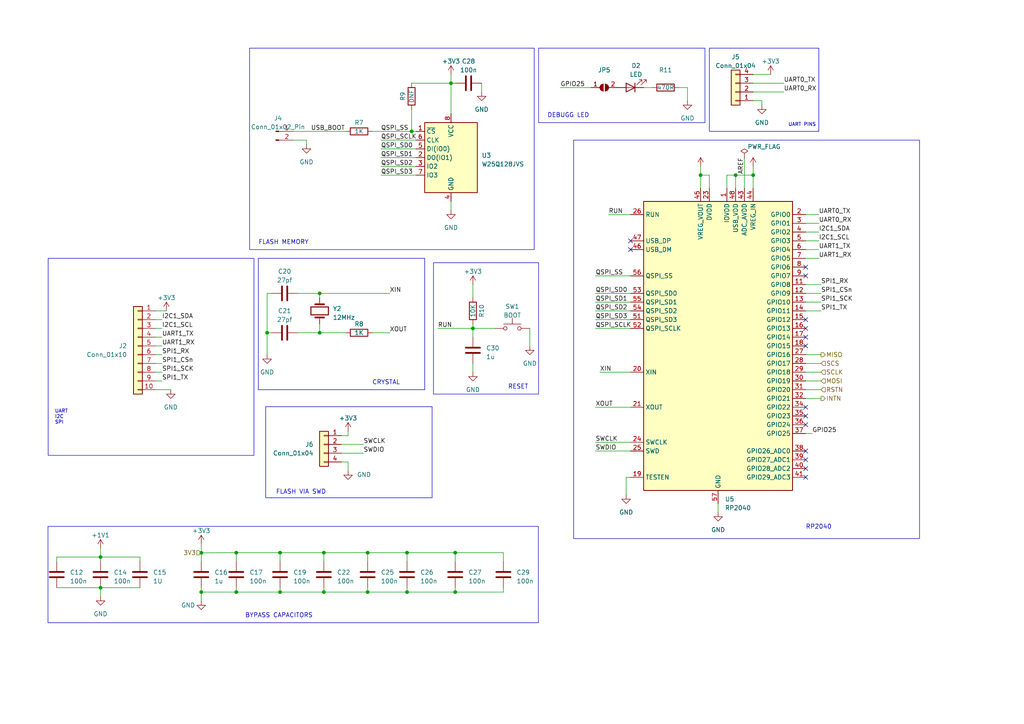
<source format=kicad_sch>
(kicad_sch (version 20230121) (generator eeschema)

  (uuid 27d11b78-845f-4d71-b716-d0af8f5f7543)

  (paper "A4")

  (lib_symbols
    (symbol "Connector:Conn_01x02_Pin" (pin_names (offset 1.016) hide) (in_bom yes) (on_board yes)
      (property "Reference" "J" (at 0 2.54 0)
        (effects (font (size 1.27 1.27)))
      )
      (property "Value" "Conn_01x02_Pin" (at 0 -5.08 0)
        (effects (font (size 1.27 1.27)))
      )
      (property "Footprint" "" (at 0 0 0)
        (effects (font (size 1.27 1.27)) hide)
      )
      (property "Datasheet" "~" (at 0 0 0)
        (effects (font (size 1.27 1.27)) hide)
      )
      (property "ki_locked" "" (at 0 0 0)
        (effects (font (size 1.27 1.27)))
      )
      (property "ki_keywords" "connector" (at 0 0 0)
        (effects (font (size 1.27 1.27)) hide)
      )
      (property "ki_description" "Generic connector, single row, 01x02, script generated" (at 0 0 0)
        (effects (font (size 1.27 1.27)) hide)
      )
      (property "ki_fp_filters" "Connector*:*_1x??_*" (at 0 0 0)
        (effects (font (size 1.27 1.27)) hide)
      )
      (symbol "Conn_01x02_Pin_1_1"
        (polyline
          (pts
            (xy 1.27 -2.54)
            (xy 0.8636 -2.54)
          )
          (stroke (width 0.1524) (type default))
          (fill (type none))
        )
        (polyline
          (pts
            (xy 1.27 0)
            (xy 0.8636 0)
          )
          (stroke (width 0.1524) (type default))
          (fill (type none))
        )
        (rectangle (start 0.8636 -2.413) (end 0 -2.667)
          (stroke (width 0.1524) (type default))
          (fill (type outline))
        )
        (rectangle (start 0.8636 0.127) (end 0 -0.127)
          (stroke (width 0.1524) (type default))
          (fill (type outline))
        )
        (pin passive line (at 5.08 0 180) (length 3.81)
          (name "Pin_1" (effects (font (size 1.27 1.27))))
          (number "1" (effects (font (size 1.27 1.27))))
        )
        (pin passive line (at 5.08 -2.54 180) (length 3.81)
          (name "Pin_2" (effects (font (size 1.27 1.27))))
          (number "2" (effects (font (size 1.27 1.27))))
        )
      )
    )
    (symbol "Connector_Generic:Conn_01x04" (pin_names (offset 1.016) hide) (in_bom yes) (on_board yes)
      (property "Reference" "J" (at 0 5.08 0)
        (effects (font (size 1.27 1.27)))
      )
      (property "Value" "Conn_01x04" (at 0 -7.62 0)
        (effects (font (size 1.27 1.27)))
      )
      (property "Footprint" "" (at 0 0 0)
        (effects (font (size 1.27 1.27)) hide)
      )
      (property "Datasheet" "~" (at 0 0 0)
        (effects (font (size 1.27 1.27)) hide)
      )
      (property "ki_keywords" "connector" (at 0 0 0)
        (effects (font (size 1.27 1.27)) hide)
      )
      (property "ki_description" "Generic connector, single row, 01x04, script generated (kicad-library-utils/schlib/autogen/connector/)" (at 0 0 0)
        (effects (font (size 1.27 1.27)) hide)
      )
      (property "ki_fp_filters" "Connector*:*_1x??_*" (at 0 0 0)
        (effects (font (size 1.27 1.27)) hide)
      )
      (symbol "Conn_01x04_1_1"
        (rectangle (start -1.27 -4.953) (end 0 -5.207)
          (stroke (width 0.1524) (type default))
          (fill (type none))
        )
        (rectangle (start -1.27 -2.413) (end 0 -2.667)
          (stroke (width 0.1524) (type default))
          (fill (type none))
        )
        (rectangle (start -1.27 0.127) (end 0 -0.127)
          (stroke (width 0.1524) (type default))
          (fill (type none))
        )
        (rectangle (start -1.27 2.667) (end 0 2.413)
          (stroke (width 0.1524) (type default))
          (fill (type none))
        )
        (rectangle (start -1.27 3.81) (end 1.27 -6.35)
          (stroke (width 0.254) (type default))
          (fill (type background))
        )
        (pin passive line (at -5.08 2.54 0) (length 3.81)
          (name "Pin_1" (effects (font (size 1.27 1.27))))
          (number "1" (effects (font (size 1.27 1.27))))
        )
        (pin passive line (at -5.08 0 0) (length 3.81)
          (name "Pin_2" (effects (font (size 1.27 1.27))))
          (number "2" (effects (font (size 1.27 1.27))))
        )
        (pin passive line (at -5.08 -2.54 0) (length 3.81)
          (name "Pin_3" (effects (font (size 1.27 1.27))))
          (number "3" (effects (font (size 1.27 1.27))))
        )
        (pin passive line (at -5.08 -5.08 0) (length 3.81)
          (name "Pin_4" (effects (font (size 1.27 1.27))))
          (number "4" (effects (font (size 1.27 1.27))))
        )
      )
    )
    (symbol "Connector_Generic:Conn_01x10" (pin_names (offset 1.016) hide) (in_bom yes) (on_board yes)
      (property "Reference" "J" (at 0 12.7 0)
        (effects (font (size 1.27 1.27)))
      )
      (property "Value" "Conn_01x10" (at 0 -15.24 0)
        (effects (font (size 1.27 1.27)))
      )
      (property "Footprint" "" (at 0 0 0)
        (effects (font (size 1.27 1.27)) hide)
      )
      (property "Datasheet" "~" (at 0 0 0)
        (effects (font (size 1.27 1.27)) hide)
      )
      (property "ki_keywords" "connector" (at 0 0 0)
        (effects (font (size 1.27 1.27)) hide)
      )
      (property "ki_description" "Generic connector, single row, 01x10, script generated (kicad-library-utils/schlib/autogen/connector/)" (at 0 0 0)
        (effects (font (size 1.27 1.27)) hide)
      )
      (property "ki_fp_filters" "Connector*:*_1x??_*" (at 0 0 0)
        (effects (font (size 1.27 1.27)) hide)
      )
      (symbol "Conn_01x10_1_1"
        (rectangle (start -1.27 -12.573) (end 0 -12.827)
          (stroke (width 0.1524) (type default))
          (fill (type none))
        )
        (rectangle (start -1.27 -10.033) (end 0 -10.287)
          (stroke (width 0.1524) (type default))
          (fill (type none))
        )
        (rectangle (start -1.27 -7.493) (end 0 -7.747)
          (stroke (width 0.1524) (type default))
          (fill (type none))
        )
        (rectangle (start -1.27 -4.953) (end 0 -5.207)
          (stroke (width 0.1524) (type default))
          (fill (type none))
        )
        (rectangle (start -1.27 -2.413) (end 0 -2.667)
          (stroke (width 0.1524) (type default))
          (fill (type none))
        )
        (rectangle (start -1.27 0.127) (end 0 -0.127)
          (stroke (width 0.1524) (type default))
          (fill (type none))
        )
        (rectangle (start -1.27 2.667) (end 0 2.413)
          (stroke (width 0.1524) (type default))
          (fill (type none))
        )
        (rectangle (start -1.27 5.207) (end 0 4.953)
          (stroke (width 0.1524) (type default))
          (fill (type none))
        )
        (rectangle (start -1.27 7.747) (end 0 7.493)
          (stroke (width 0.1524) (type default))
          (fill (type none))
        )
        (rectangle (start -1.27 10.287) (end 0 10.033)
          (stroke (width 0.1524) (type default))
          (fill (type none))
        )
        (rectangle (start -1.27 11.43) (end 1.27 -13.97)
          (stroke (width 0.254) (type default))
          (fill (type background))
        )
        (pin passive line (at -5.08 10.16 0) (length 3.81)
          (name "Pin_1" (effects (font (size 1.27 1.27))))
          (number "1" (effects (font (size 1.27 1.27))))
        )
        (pin passive line (at -5.08 -12.7 0) (length 3.81)
          (name "Pin_10" (effects (font (size 1.27 1.27))))
          (number "10" (effects (font (size 1.27 1.27))))
        )
        (pin passive line (at -5.08 7.62 0) (length 3.81)
          (name "Pin_2" (effects (font (size 1.27 1.27))))
          (number "2" (effects (font (size 1.27 1.27))))
        )
        (pin passive line (at -5.08 5.08 0) (length 3.81)
          (name "Pin_3" (effects (font (size 1.27 1.27))))
          (number "3" (effects (font (size 1.27 1.27))))
        )
        (pin passive line (at -5.08 2.54 0) (length 3.81)
          (name "Pin_4" (effects (font (size 1.27 1.27))))
          (number "4" (effects (font (size 1.27 1.27))))
        )
        (pin passive line (at -5.08 0 0) (length 3.81)
          (name "Pin_5" (effects (font (size 1.27 1.27))))
          (number "5" (effects (font (size 1.27 1.27))))
        )
        (pin passive line (at -5.08 -2.54 0) (length 3.81)
          (name "Pin_6" (effects (font (size 1.27 1.27))))
          (number "6" (effects (font (size 1.27 1.27))))
        )
        (pin passive line (at -5.08 -5.08 0) (length 3.81)
          (name "Pin_7" (effects (font (size 1.27 1.27))))
          (number "7" (effects (font (size 1.27 1.27))))
        )
        (pin passive line (at -5.08 -7.62 0) (length 3.81)
          (name "Pin_8" (effects (font (size 1.27 1.27))))
          (number "8" (effects (font (size 1.27 1.27))))
        )
        (pin passive line (at -5.08 -10.16 0) (length 3.81)
          (name "Pin_9" (effects (font (size 1.27 1.27))))
          (number "9" (effects (font (size 1.27 1.27))))
        )
      )
    )
    (symbol "Device:C" (pin_numbers hide) (pin_names (offset 0.254)) (in_bom yes) (on_board yes)
      (property "Reference" "C" (at 0.635 2.54 0)
        (effects (font (size 1.27 1.27)) (justify left))
      )
      (property "Value" "C" (at 0.635 -2.54 0)
        (effects (font (size 1.27 1.27)) (justify left))
      )
      (property "Footprint" "" (at 0.9652 -3.81 0)
        (effects (font (size 1.27 1.27)) hide)
      )
      (property "Datasheet" "~" (at 0 0 0)
        (effects (font (size 1.27 1.27)) hide)
      )
      (property "ki_keywords" "cap capacitor" (at 0 0 0)
        (effects (font (size 1.27 1.27)) hide)
      )
      (property "ki_description" "Unpolarized capacitor" (at 0 0 0)
        (effects (font (size 1.27 1.27)) hide)
      )
      (property "ki_fp_filters" "C_*" (at 0 0 0)
        (effects (font (size 1.27 1.27)) hide)
      )
      (symbol "C_0_1"
        (polyline
          (pts
            (xy -2.032 -0.762)
            (xy 2.032 -0.762)
          )
          (stroke (width 0.508) (type default))
          (fill (type none))
        )
        (polyline
          (pts
            (xy -2.032 0.762)
            (xy 2.032 0.762)
          )
          (stroke (width 0.508) (type default))
          (fill (type none))
        )
      )
      (symbol "C_1_1"
        (pin passive line (at 0 3.81 270) (length 2.794)
          (name "~" (effects (font (size 1.27 1.27))))
          (number "1" (effects (font (size 1.27 1.27))))
        )
        (pin passive line (at 0 -3.81 90) (length 2.794)
          (name "~" (effects (font (size 1.27 1.27))))
          (number "2" (effects (font (size 1.27 1.27))))
        )
      )
    )
    (symbol "Device:Crystal" (pin_numbers hide) (pin_names (offset 1.016) hide) (in_bom yes) (on_board yes)
      (property "Reference" "Y" (at 0 3.81 0)
        (effects (font (size 1.27 1.27)))
      )
      (property "Value" "Crystal" (at 0 -3.81 0)
        (effects (font (size 1.27 1.27)))
      )
      (property "Footprint" "" (at 0 0 0)
        (effects (font (size 1.27 1.27)) hide)
      )
      (property "Datasheet" "~" (at 0 0 0)
        (effects (font (size 1.27 1.27)) hide)
      )
      (property "ki_keywords" "quartz ceramic resonator oscillator" (at 0 0 0)
        (effects (font (size 1.27 1.27)) hide)
      )
      (property "ki_description" "Two pin crystal" (at 0 0 0)
        (effects (font (size 1.27 1.27)) hide)
      )
      (property "ki_fp_filters" "Crystal*" (at 0 0 0)
        (effects (font (size 1.27 1.27)) hide)
      )
      (symbol "Crystal_0_1"
        (rectangle (start -1.143 2.54) (end 1.143 -2.54)
          (stroke (width 0.3048) (type default))
          (fill (type none))
        )
        (polyline
          (pts
            (xy -2.54 0)
            (xy -1.905 0)
          )
          (stroke (width 0) (type default))
          (fill (type none))
        )
        (polyline
          (pts
            (xy -1.905 -1.27)
            (xy -1.905 1.27)
          )
          (stroke (width 0.508) (type default))
          (fill (type none))
        )
        (polyline
          (pts
            (xy 1.905 -1.27)
            (xy 1.905 1.27)
          )
          (stroke (width 0.508) (type default))
          (fill (type none))
        )
        (polyline
          (pts
            (xy 2.54 0)
            (xy 1.905 0)
          )
          (stroke (width 0) (type default))
          (fill (type none))
        )
      )
      (symbol "Crystal_1_1"
        (pin passive line (at -3.81 0 0) (length 1.27)
          (name "1" (effects (font (size 1.27 1.27))))
          (number "1" (effects (font (size 1.27 1.27))))
        )
        (pin passive line (at 3.81 0 180) (length 1.27)
          (name "2" (effects (font (size 1.27 1.27))))
          (number "2" (effects (font (size 1.27 1.27))))
        )
      )
    )
    (symbol "Device:LED" (pin_numbers hide) (pin_names (offset 1.016) hide) (in_bom yes) (on_board yes)
      (property "Reference" "D" (at 0 2.54 0)
        (effects (font (size 1.27 1.27)))
      )
      (property "Value" "LED" (at 0 -2.54 0)
        (effects (font (size 1.27 1.27)))
      )
      (property "Footprint" "" (at 0 0 0)
        (effects (font (size 1.27 1.27)) hide)
      )
      (property "Datasheet" "~" (at 0 0 0)
        (effects (font (size 1.27 1.27)) hide)
      )
      (property "ki_keywords" "LED diode" (at 0 0 0)
        (effects (font (size 1.27 1.27)) hide)
      )
      (property "ki_description" "Light emitting diode" (at 0 0 0)
        (effects (font (size 1.27 1.27)) hide)
      )
      (property "ki_fp_filters" "LED* LED_SMD:* LED_THT:*" (at 0 0 0)
        (effects (font (size 1.27 1.27)) hide)
      )
      (symbol "LED_0_1"
        (polyline
          (pts
            (xy -1.27 -1.27)
            (xy -1.27 1.27)
          )
          (stroke (width 0.254) (type default))
          (fill (type none))
        )
        (polyline
          (pts
            (xy -1.27 0)
            (xy 1.27 0)
          )
          (stroke (width 0) (type default))
          (fill (type none))
        )
        (polyline
          (pts
            (xy 1.27 -1.27)
            (xy 1.27 1.27)
            (xy -1.27 0)
            (xy 1.27 -1.27)
          )
          (stroke (width 0.254) (type default))
          (fill (type none))
        )
        (polyline
          (pts
            (xy -3.048 -0.762)
            (xy -4.572 -2.286)
            (xy -3.81 -2.286)
            (xy -4.572 -2.286)
            (xy -4.572 -1.524)
          )
          (stroke (width 0) (type default))
          (fill (type none))
        )
        (polyline
          (pts
            (xy -1.778 -0.762)
            (xy -3.302 -2.286)
            (xy -2.54 -2.286)
            (xy -3.302 -2.286)
            (xy -3.302 -1.524)
          )
          (stroke (width 0) (type default))
          (fill (type none))
        )
      )
      (symbol "LED_1_1"
        (pin passive line (at -3.81 0 0) (length 2.54)
          (name "K" (effects (font (size 1.27 1.27))))
          (number "1" (effects (font (size 1.27 1.27))))
        )
        (pin passive line (at 3.81 0 180) (length 2.54)
          (name "A" (effects (font (size 1.27 1.27))))
          (number "2" (effects (font (size 1.27 1.27))))
        )
      )
    )
    (symbol "Device:R" (pin_numbers hide) (pin_names (offset 0)) (in_bom yes) (on_board yes)
      (property "Reference" "R" (at 2.032 0 90)
        (effects (font (size 1.27 1.27)))
      )
      (property "Value" "R" (at 0 0 90)
        (effects (font (size 1.27 1.27)))
      )
      (property "Footprint" "" (at -1.778 0 90)
        (effects (font (size 1.27 1.27)) hide)
      )
      (property "Datasheet" "~" (at 0 0 0)
        (effects (font (size 1.27 1.27)) hide)
      )
      (property "ki_keywords" "R res resistor" (at 0 0 0)
        (effects (font (size 1.27 1.27)) hide)
      )
      (property "ki_description" "Resistor" (at 0 0 0)
        (effects (font (size 1.27 1.27)) hide)
      )
      (property "ki_fp_filters" "R_*" (at 0 0 0)
        (effects (font (size 1.27 1.27)) hide)
      )
      (symbol "R_0_1"
        (rectangle (start -1.016 -2.54) (end 1.016 2.54)
          (stroke (width 0.254) (type default))
          (fill (type none))
        )
      )
      (symbol "R_1_1"
        (pin passive line (at 0 3.81 270) (length 1.27)
          (name "~" (effects (font (size 1.27 1.27))))
          (number "1" (effects (font (size 1.27 1.27))))
        )
        (pin passive line (at 0 -3.81 90) (length 1.27)
          (name "~" (effects (font (size 1.27 1.27))))
          (number "2" (effects (font (size 1.27 1.27))))
        )
      )
    )
    (symbol "Jumper:SolderJumper_2_Open" (pin_names (offset 0) hide) (in_bom yes) (on_board yes)
      (property "Reference" "JP" (at 0 2.032 0)
        (effects (font (size 1.27 1.27)))
      )
      (property "Value" "SolderJumper_2_Open" (at 0 -2.54 0)
        (effects (font (size 1.27 1.27)))
      )
      (property "Footprint" "" (at 0 0 0)
        (effects (font (size 1.27 1.27)) hide)
      )
      (property "Datasheet" "~" (at 0 0 0)
        (effects (font (size 1.27 1.27)) hide)
      )
      (property "ki_keywords" "solder jumper SPST" (at 0 0 0)
        (effects (font (size 1.27 1.27)) hide)
      )
      (property "ki_description" "Solder Jumper, 2-pole, open" (at 0 0 0)
        (effects (font (size 1.27 1.27)) hide)
      )
      (property "ki_fp_filters" "SolderJumper*Open*" (at 0 0 0)
        (effects (font (size 1.27 1.27)) hide)
      )
      (symbol "SolderJumper_2_Open_0_1"
        (arc (start -0.254 1.016) (mid -1.2656 0) (end -0.254 -1.016)
          (stroke (width 0) (type default))
          (fill (type none))
        )
        (arc (start -0.254 1.016) (mid -1.2656 0) (end -0.254 -1.016)
          (stroke (width 0) (type default))
          (fill (type outline))
        )
        (polyline
          (pts
            (xy -0.254 1.016)
            (xy -0.254 -1.016)
          )
          (stroke (width 0) (type default))
          (fill (type none))
        )
        (polyline
          (pts
            (xy 0.254 1.016)
            (xy 0.254 -1.016)
          )
          (stroke (width 0) (type default))
          (fill (type none))
        )
        (arc (start 0.254 -1.016) (mid 1.2656 0) (end 0.254 1.016)
          (stroke (width 0) (type default))
          (fill (type none))
        )
        (arc (start 0.254 -1.016) (mid 1.2656 0) (end 0.254 1.016)
          (stroke (width 0) (type default))
          (fill (type outline))
        )
      )
      (symbol "SolderJumper_2_Open_1_1"
        (pin passive line (at -3.81 0 0) (length 2.54)
          (name "A" (effects (font (size 1.27 1.27))))
          (number "1" (effects (font (size 1.27 1.27))))
        )
        (pin passive line (at 3.81 0 180) (length 2.54)
          (name "B" (effects (font (size 1.27 1.27))))
          (number "2" (effects (font (size 1.27 1.27))))
        )
      )
    )
    (symbol "MCU_RaspberryPi:RP2040" (in_bom yes) (on_board yes)
      (property "Reference" "U" (at 17.78 45.72 0)
        (effects (font (size 1.27 1.27)))
      )
      (property "Value" "RP2040" (at 17.78 43.18 0)
        (effects (font (size 1.27 1.27)))
      )
      (property "Footprint" "Package_DFN_QFN:QFN-56-1EP_7x7mm_P0.4mm_EP3.2x3.2mm" (at 0 0 0)
        (effects (font (size 1.27 1.27)) hide)
      )
      (property "Datasheet" "https://datasheets.raspberrypi.com/rp2040/rp2040-datasheet.pdf" (at 0 0 0)
        (effects (font (size 1.27 1.27)) hide)
      )
      (property "ki_keywords" "RP2040 ARM Cortex-M0+ USB" (at 0 0 0)
        (effects (font (size 1.27 1.27)) hide)
      )
      (property "ki_description" "A microcontroller by Raspberry Pi" (at 0 0 0)
        (effects (font (size 1.27 1.27)) hide)
      )
      (property "ki_fp_filters" "QFN*1EP*7x7mm?P0.4mm*" (at 0 0 0)
        (effects (font (size 1.27 1.27)) hide)
      )
      (symbol "RP2040_0_1"
        (rectangle (start -21.59 41.91) (end 21.59 -41.91)
          (stroke (width 0.254) (type default))
          (fill (type background))
        )
      )
      (symbol "RP2040_1_1"
        (pin power_in line (at 2.54 45.72 270) (length 3.81)
          (name "IOVDD" (effects (font (size 1.27 1.27))))
          (number "1" (effects (font (size 1.27 1.27))))
        )
        (pin passive line (at 2.54 45.72 270) (length 3.81) hide
          (name "IOVDD" (effects (font (size 1.27 1.27))))
          (number "10" (effects (font (size 1.27 1.27))))
        )
        (pin bidirectional line (at 25.4 17.78 180) (length 3.81)
          (name "GPIO8" (effects (font (size 1.27 1.27))))
          (number "11" (effects (font (size 1.27 1.27))))
        )
        (pin bidirectional line (at 25.4 15.24 180) (length 3.81)
          (name "GPIO9" (effects (font (size 1.27 1.27))))
          (number "12" (effects (font (size 1.27 1.27))))
        )
        (pin bidirectional line (at 25.4 12.7 180) (length 3.81)
          (name "GPIO10" (effects (font (size 1.27 1.27))))
          (number "13" (effects (font (size 1.27 1.27))))
        )
        (pin bidirectional line (at 25.4 10.16 180) (length 3.81)
          (name "GPIO11" (effects (font (size 1.27 1.27))))
          (number "14" (effects (font (size 1.27 1.27))))
        )
        (pin bidirectional line (at 25.4 7.62 180) (length 3.81)
          (name "GPIO12" (effects (font (size 1.27 1.27))))
          (number "15" (effects (font (size 1.27 1.27))))
        )
        (pin bidirectional line (at 25.4 5.08 180) (length 3.81)
          (name "GPIO13" (effects (font (size 1.27 1.27))))
          (number "16" (effects (font (size 1.27 1.27))))
        )
        (pin bidirectional line (at 25.4 2.54 180) (length 3.81)
          (name "GPIO14" (effects (font (size 1.27 1.27))))
          (number "17" (effects (font (size 1.27 1.27))))
        )
        (pin bidirectional line (at 25.4 0 180) (length 3.81)
          (name "GPIO15" (effects (font (size 1.27 1.27))))
          (number "18" (effects (font (size 1.27 1.27))))
        )
        (pin input line (at -25.4 -38.1 0) (length 3.81)
          (name "TESTEN" (effects (font (size 1.27 1.27))))
          (number "19" (effects (font (size 1.27 1.27))))
        )
        (pin bidirectional line (at 25.4 38.1 180) (length 3.81)
          (name "GPIO0" (effects (font (size 1.27 1.27))))
          (number "2" (effects (font (size 1.27 1.27))))
        )
        (pin input line (at -25.4 -7.62 0) (length 3.81)
          (name "XIN" (effects (font (size 1.27 1.27))))
          (number "20" (effects (font (size 1.27 1.27))))
        )
        (pin passive line (at -25.4 -17.78 0) (length 3.81)
          (name "XOUT" (effects (font (size 1.27 1.27))))
          (number "21" (effects (font (size 1.27 1.27))))
        )
        (pin passive line (at 2.54 45.72 270) (length 3.81) hide
          (name "IOVDD" (effects (font (size 1.27 1.27))))
          (number "22" (effects (font (size 1.27 1.27))))
        )
        (pin power_in line (at -2.54 45.72 270) (length 3.81)
          (name "DVDD" (effects (font (size 1.27 1.27))))
          (number "23" (effects (font (size 1.27 1.27))))
        )
        (pin input line (at -25.4 -27.94 0) (length 3.81)
          (name "SWCLK" (effects (font (size 1.27 1.27))))
          (number "24" (effects (font (size 1.27 1.27))))
        )
        (pin bidirectional line (at -25.4 -30.48 0) (length 3.81)
          (name "SWD" (effects (font (size 1.27 1.27))))
          (number "25" (effects (font (size 1.27 1.27))))
        )
        (pin input line (at -25.4 38.1 0) (length 3.81)
          (name "RUN" (effects (font (size 1.27 1.27))))
          (number "26" (effects (font (size 1.27 1.27))))
        )
        (pin bidirectional line (at 25.4 -2.54 180) (length 3.81)
          (name "GPIO16" (effects (font (size 1.27 1.27))))
          (number "27" (effects (font (size 1.27 1.27))))
        )
        (pin bidirectional line (at 25.4 -5.08 180) (length 3.81)
          (name "GPIO17" (effects (font (size 1.27 1.27))))
          (number "28" (effects (font (size 1.27 1.27))))
        )
        (pin bidirectional line (at 25.4 -7.62 180) (length 3.81)
          (name "GPIO18" (effects (font (size 1.27 1.27))))
          (number "29" (effects (font (size 1.27 1.27))))
        )
        (pin bidirectional line (at 25.4 35.56 180) (length 3.81)
          (name "GPIO1" (effects (font (size 1.27 1.27))))
          (number "3" (effects (font (size 1.27 1.27))))
        )
        (pin bidirectional line (at 25.4 -10.16 180) (length 3.81)
          (name "GPIO19" (effects (font (size 1.27 1.27))))
          (number "30" (effects (font (size 1.27 1.27))))
        )
        (pin bidirectional line (at 25.4 -12.7 180) (length 3.81)
          (name "GPIO20" (effects (font (size 1.27 1.27))))
          (number "31" (effects (font (size 1.27 1.27))))
        )
        (pin bidirectional line (at 25.4 -15.24 180) (length 3.81)
          (name "GPIO21" (effects (font (size 1.27 1.27))))
          (number "32" (effects (font (size 1.27 1.27))))
        )
        (pin passive line (at 2.54 45.72 270) (length 3.81) hide
          (name "IOVDD" (effects (font (size 1.27 1.27))))
          (number "33" (effects (font (size 1.27 1.27))))
        )
        (pin bidirectional line (at 25.4 -17.78 180) (length 3.81)
          (name "GPIO22" (effects (font (size 1.27 1.27))))
          (number "34" (effects (font (size 1.27 1.27))))
        )
        (pin bidirectional line (at 25.4 -20.32 180) (length 3.81)
          (name "GPIO23" (effects (font (size 1.27 1.27))))
          (number "35" (effects (font (size 1.27 1.27))))
        )
        (pin bidirectional line (at 25.4 -22.86 180) (length 3.81)
          (name "GPIO24" (effects (font (size 1.27 1.27))))
          (number "36" (effects (font (size 1.27 1.27))))
        )
        (pin bidirectional line (at 25.4 -25.4 180) (length 3.81)
          (name "GPIO25" (effects (font (size 1.27 1.27))))
          (number "37" (effects (font (size 1.27 1.27))))
        )
        (pin bidirectional line (at 25.4 -30.48 180) (length 3.81)
          (name "GPIO26_ADC0" (effects (font (size 1.27 1.27))))
          (number "38" (effects (font (size 1.27 1.27))))
        )
        (pin bidirectional line (at 25.4 -33.02 180) (length 3.81)
          (name "GPIO27_ADC1" (effects (font (size 1.27 1.27))))
          (number "39" (effects (font (size 1.27 1.27))))
        )
        (pin bidirectional line (at 25.4 33.02 180) (length 3.81)
          (name "GPIO2" (effects (font (size 1.27 1.27))))
          (number "4" (effects (font (size 1.27 1.27))))
        )
        (pin bidirectional line (at 25.4 -35.56 180) (length 3.81)
          (name "GPIO28_ADC2" (effects (font (size 1.27 1.27))))
          (number "40" (effects (font (size 1.27 1.27))))
        )
        (pin bidirectional line (at 25.4 -38.1 180) (length 3.81)
          (name "GPIO29_ADC3" (effects (font (size 1.27 1.27))))
          (number "41" (effects (font (size 1.27 1.27))))
        )
        (pin passive line (at 2.54 45.72 270) (length 3.81) hide
          (name "IOVDD" (effects (font (size 1.27 1.27))))
          (number "42" (effects (font (size 1.27 1.27))))
        )
        (pin power_in line (at 7.62 45.72 270) (length 3.81)
          (name "ADC_AVDD" (effects (font (size 1.27 1.27))))
          (number "43" (effects (font (size 1.27 1.27))))
        )
        (pin power_in line (at 10.16 45.72 270) (length 3.81)
          (name "VREG_IN" (effects (font (size 1.27 1.27))))
          (number "44" (effects (font (size 1.27 1.27))))
        )
        (pin power_out line (at -5.08 45.72 270) (length 3.81)
          (name "VREG_VOUT" (effects (font (size 1.27 1.27))))
          (number "45" (effects (font (size 1.27 1.27))))
        )
        (pin bidirectional line (at -25.4 27.94 0) (length 3.81)
          (name "USB_DM" (effects (font (size 1.27 1.27))))
          (number "46" (effects (font (size 1.27 1.27))))
        )
        (pin bidirectional line (at -25.4 30.48 0) (length 3.81)
          (name "USB_DP" (effects (font (size 1.27 1.27))))
          (number "47" (effects (font (size 1.27 1.27))))
        )
        (pin power_in line (at 5.08 45.72 270) (length 3.81)
          (name "USB_VDD" (effects (font (size 1.27 1.27))))
          (number "48" (effects (font (size 1.27 1.27))))
        )
        (pin passive line (at 2.54 45.72 270) (length 3.81) hide
          (name "IOVDD" (effects (font (size 1.27 1.27))))
          (number "49" (effects (font (size 1.27 1.27))))
        )
        (pin bidirectional line (at 25.4 30.48 180) (length 3.81)
          (name "GPIO3" (effects (font (size 1.27 1.27))))
          (number "5" (effects (font (size 1.27 1.27))))
        )
        (pin passive line (at -2.54 45.72 270) (length 3.81) hide
          (name "DVDD" (effects (font (size 1.27 1.27))))
          (number "50" (effects (font (size 1.27 1.27))))
        )
        (pin bidirectional line (at -25.4 7.62 0) (length 3.81)
          (name "QSPI_SD3" (effects (font (size 1.27 1.27))))
          (number "51" (effects (font (size 1.27 1.27))))
        )
        (pin output line (at -25.4 5.08 0) (length 3.81)
          (name "QSPI_SCLK" (effects (font (size 1.27 1.27))))
          (number "52" (effects (font (size 1.27 1.27))))
        )
        (pin bidirectional line (at -25.4 15.24 0) (length 3.81)
          (name "QSPI_SD0" (effects (font (size 1.27 1.27))))
          (number "53" (effects (font (size 1.27 1.27))))
        )
        (pin bidirectional line (at -25.4 10.16 0) (length 3.81)
          (name "QSPI_SD2" (effects (font (size 1.27 1.27))))
          (number "54" (effects (font (size 1.27 1.27))))
        )
        (pin bidirectional line (at -25.4 12.7 0) (length 3.81)
          (name "QSPI_SD1" (effects (font (size 1.27 1.27))))
          (number "55" (effects (font (size 1.27 1.27))))
        )
        (pin bidirectional line (at -25.4 20.32 0) (length 3.81)
          (name "QSPI_SS" (effects (font (size 1.27 1.27))))
          (number "56" (effects (font (size 1.27 1.27))))
        )
        (pin power_in line (at 0 -45.72 90) (length 3.81)
          (name "GND" (effects (font (size 1.27 1.27))))
          (number "57" (effects (font (size 1.27 1.27))))
        )
        (pin bidirectional line (at 25.4 27.94 180) (length 3.81)
          (name "GPIO4" (effects (font (size 1.27 1.27))))
          (number "6" (effects (font (size 1.27 1.27))))
        )
        (pin bidirectional line (at 25.4 25.4 180) (length 3.81)
          (name "GPIO5" (effects (font (size 1.27 1.27))))
          (number "7" (effects (font (size 1.27 1.27))))
        )
        (pin bidirectional line (at 25.4 22.86 180) (length 3.81)
          (name "GPIO6" (effects (font (size 1.27 1.27))))
          (number "8" (effects (font (size 1.27 1.27))))
        )
        (pin bidirectional line (at 25.4 20.32 180) (length 3.81)
          (name "GPIO7" (effects (font (size 1.27 1.27))))
          (number "9" (effects (font (size 1.27 1.27))))
        )
      )
    )
    (symbol "Memory_Flash:W25Q128JVS" (in_bom yes) (on_board yes)
      (property "Reference" "U" (at -8.89 8.89 0)
        (effects (font (size 1.27 1.27)))
      )
      (property "Value" "W25Q128JVS" (at 7.62 8.89 0)
        (effects (font (size 1.27 1.27)))
      )
      (property "Footprint" "Package_SO:SOIC-8_5.23x5.23mm_P1.27mm" (at 0 0 0)
        (effects (font (size 1.27 1.27)) hide)
      )
      (property "Datasheet" "http://www.winbond.com/resource-files/w25q128jv_dtr%20revc%2003272018%20plus.pdf" (at 0 0 0)
        (effects (font (size 1.27 1.27)) hide)
      )
      (property "ki_keywords" "flash memory SPI QPI DTR" (at 0 0 0)
        (effects (font (size 1.27 1.27)) hide)
      )
      (property "ki_description" "128Mb Serial Flash Memory, Standard/Dual/Quad SPI, SOIC-8" (at 0 0 0)
        (effects (font (size 1.27 1.27)) hide)
      )
      (property "ki_fp_filters" "SOIC*5.23x5.23mm*P1.27mm*" (at 0 0 0)
        (effects (font (size 1.27 1.27)) hide)
      )
      (symbol "W25Q128JVS_0_1"
        (rectangle (start -7.62 10.16) (end 7.62 -10.16)
          (stroke (width 0.254) (type default))
          (fill (type background))
        )
      )
      (symbol "W25Q128JVS_1_1"
        (pin input line (at -10.16 7.62 0) (length 2.54)
          (name "~{CS}" (effects (font (size 1.27 1.27))))
          (number "1" (effects (font (size 1.27 1.27))))
        )
        (pin bidirectional line (at -10.16 0 0) (length 2.54)
          (name "DO(IO1)" (effects (font (size 1.27 1.27))))
          (number "2" (effects (font (size 1.27 1.27))))
        )
        (pin bidirectional line (at -10.16 -2.54 0) (length 2.54)
          (name "IO2" (effects (font (size 1.27 1.27))))
          (number "3" (effects (font (size 1.27 1.27))))
        )
        (pin power_in line (at 0 -12.7 90) (length 2.54)
          (name "GND" (effects (font (size 1.27 1.27))))
          (number "4" (effects (font (size 1.27 1.27))))
        )
        (pin bidirectional line (at -10.16 2.54 0) (length 2.54)
          (name "DI(IO0)" (effects (font (size 1.27 1.27))))
          (number "5" (effects (font (size 1.27 1.27))))
        )
        (pin input line (at -10.16 5.08 0) (length 2.54)
          (name "CLK" (effects (font (size 1.27 1.27))))
          (number "6" (effects (font (size 1.27 1.27))))
        )
        (pin bidirectional line (at -10.16 -5.08 0) (length 2.54)
          (name "IO3" (effects (font (size 1.27 1.27))))
          (number "7" (effects (font (size 1.27 1.27))))
        )
        (pin power_in line (at 0 12.7 270) (length 2.54)
          (name "VCC" (effects (font (size 1.27 1.27))))
          (number "8" (effects (font (size 1.27 1.27))))
        )
      )
    )
    (symbol "Switch:SW_Push" (pin_numbers hide) (pin_names (offset 1.016) hide) (in_bom yes) (on_board yes)
      (property "Reference" "SW" (at 1.27 2.54 0)
        (effects (font (size 1.27 1.27)) (justify left))
      )
      (property "Value" "SW_Push" (at 0 -1.524 0)
        (effects (font (size 1.27 1.27)))
      )
      (property "Footprint" "" (at 0 5.08 0)
        (effects (font (size 1.27 1.27)) hide)
      )
      (property "Datasheet" "~" (at 0 5.08 0)
        (effects (font (size 1.27 1.27)) hide)
      )
      (property "ki_keywords" "switch normally-open pushbutton push-button" (at 0 0 0)
        (effects (font (size 1.27 1.27)) hide)
      )
      (property "ki_description" "Push button switch, generic, two pins" (at 0 0 0)
        (effects (font (size 1.27 1.27)) hide)
      )
      (symbol "SW_Push_0_1"
        (circle (center -2.032 0) (radius 0.508)
          (stroke (width 0) (type default))
          (fill (type none))
        )
        (polyline
          (pts
            (xy 0 1.27)
            (xy 0 3.048)
          )
          (stroke (width 0) (type default))
          (fill (type none))
        )
        (polyline
          (pts
            (xy 2.54 1.27)
            (xy -2.54 1.27)
          )
          (stroke (width 0) (type default))
          (fill (type none))
        )
        (circle (center 2.032 0) (radius 0.508)
          (stroke (width 0) (type default))
          (fill (type none))
        )
        (pin passive line (at -5.08 0 0) (length 2.54)
          (name "1" (effects (font (size 1.27 1.27))))
          (number "1" (effects (font (size 1.27 1.27))))
        )
        (pin passive line (at 5.08 0 180) (length 2.54)
          (name "2" (effects (font (size 1.27 1.27))))
          (number "2" (effects (font (size 1.27 1.27))))
        )
      )
    )
    (symbol "power:+1V1" (power) (pin_names (offset 0)) (in_bom yes) (on_board yes)
      (property "Reference" "#PWR" (at 0 -3.81 0)
        (effects (font (size 1.27 1.27)) hide)
      )
      (property "Value" "+1V1" (at 0 3.556 0)
        (effects (font (size 1.27 1.27)))
      )
      (property "Footprint" "" (at 0 0 0)
        (effects (font (size 1.27 1.27)) hide)
      )
      (property "Datasheet" "" (at 0 0 0)
        (effects (font (size 1.27 1.27)) hide)
      )
      (property "ki_keywords" "global power" (at 0 0 0)
        (effects (font (size 1.27 1.27)) hide)
      )
      (property "ki_description" "Power symbol creates a global label with name \"+1V1\"" (at 0 0 0)
        (effects (font (size 1.27 1.27)) hide)
      )
      (symbol "+1V1_0_1"
        (polyline
          (pts
            (xy -0.762 1.27)
            (xy 0 2.54)
          )
          (stroke (width 0) (type default))
          (fill (type none))
        )
        (polyline
          (pts
            (xy 0 0)
            (xy 0 2.54)
          )
          (stroke (width 0) (type default))
          (fill (type none))
        )
        (polyline
          (pts
            (xy 0 2.54)
            (xy 0.762 1.27)
          )
          (stroke (width 0) (type default))
          (fill (type none))
        )
      )
      (symbol "+1V1_1_1"
        (pin power_in line (at 0 0 90) (length 0) hide
          (name "+1V1" (effects (font (size 1.27 1.27))))
          (number "1" (effects (font (size 1.27 1.27))))
        )
      )
    )
    (symbol "power:+3V3" (power) (pin_names (offset 0)) (in_bom yes) (on_board yes)
      (property "Reference" "#PWR" (at 0 -3.81 0)
        (effects (font (size 1.27 1.27)) hide)
      )
      (property "Value" "+3V3" (at 0 3.556 0)
        (effects (font (size 1.27 1.27)))
      )
      (property "Footprint" "" (at 0 0 0)
        (effects (font (size 1.27 1.27)) hide)
      )
      (property "Datasheet" "" (at 0 0 0)
        (effects (font (size 1.27 1.27)) hide)
      )
      (property "ki_keywords" "global power" (at 0 0 0)
        (effects (font (size 1.27 1.27)) hide)
      )
      (property "ki_description" "Power symbol creates a global label with name \"+3V3\"" (at 0 0 0)
        (effects (font (size 1.27 1.27)) hide)
      )
      (symbol "+3V3_0_1"
        (polyline
          (pts
            (xy -0.762 1.27)
            (xy 0 2.54)
          )
          (stroke (width 0) (type default))
          (fill (type none))
        )
        (polyline
          (pts
            (xy 0 0)
            (xy 0 2.54)
          )
          (stroke (width 0) (type default))
          (fill (type none))
        )
        (polyline
          (pts
            (xy 0 2.54)
            (xy 0.762 1.27)
          )
          (stroke (width 0) (type default))
          (fill (type none))
        )
      )
      (symbol "+3V3_1_1"
        (pin power_in line (at 0 0 90) (length 0) hide
          (name "+3V3" (effects (font (size 1.27 1.27))))
          (number "1" (effects (font (size 1.27 1.27))))
        )
      )
    )
    (symbol "power:GND" (power) (pin_names (offset 0)) (in_bom yes) (on_board yes)
      (property "Reference" "#PWR" (at 0 -6.35 0)
        (effects (font (size 1.27 1.27)) hide)
      )
      (property "Value" "GND" (at 0 -3.81 0)
        (effects (font (size 1.27 1.27)))
      )
      (property "Footprint" "" (at 0 0 0)
        (effects (font (size 1.27 1.27)) hide)
      )
      (property "Datasheet" "" (at 0 0 0)
        (effects (font (size 1.27 1.27)) hide)
      )
      (property "ki_keywords" "global power" (at 0 0 0)
        (effects (font (size 1.27 1.27)) hide)
      )
      (property "ki_description" "Power symbol creates a global label with name \"GND\" , ground" (at 0 0 0)
        (effects (font (size 1.27 1.27)) hide)
      )
      (symbol "GND_0_1"
        (polyline
          (pts
            (xy 0 0)
            (xy 0 -1.27)
            (xy 1.27 -1.27)
            (xy 0 -2.54)
            (xy -1.27 -1.27)
            (xy 0 -1.27)
          )
          (stroke (width 0) (type default))
          (fill (type none))
        )
      )
      (symbol "GND_1_1"
        (pin power_in line (at 0 0 270) (length 0) hide
          (name "GND" (effects (font (size 1.27 1.27))))
          (number "1" (effects (font (size 1.27 1.27))))
        )
      )
    )
    (symbol "power:PWR_FLAG" (power) (pin_numbers hide) (pin_names (offset 0) hide) (in_bom yes) (on_board yes)
      (property "Reference" "#FLG" (at 0 1.905 0)
        (effects (font (size 1.27 1.27)) hide)
      )
      (property "Value" "PWR_FLAG" (at 0 3.81 0)
        (effects (font (size 1.27 1.27)))
      )
      (property "Footprint" "" (at 0 0 0)
        (effects (font (size 1.27 1.27)) hide)
      )
      (property "Datasheet" "~" (at 0 0 0)
        (effects (font (size 1.27 1.27)) hide)
      )
      (property "ki_keywords" "flag power" (at 0 0 0)
        (effects (font (size 1.27 1.27)) hide)
      )
      (property "ki_description" "Special symbol for telling ERC where power comes from" (at 0 0 0)
        (effects (font (size 1.27 1.27)) hide)
      )
      (symbol "PWR_FLAG_0_0"
        (pin power_out line (at 0 0 90) (length 0)
          (name "pwr" (effects (font (size 1.27 1.27))))
          (number "1" (effects (font (size 1.27 1.27))))
        )
      )
      (symbol "PWR_FLAG_0_1"
        (polyline
          (pts
            (xy 0 0)
            (xy 0 1.27)
            (xy -1.016 1.905)
            (xy 0 2.54)
            (xy 1.016 1.905)
            (xy 0 1.27)
          )
          (stroke (width 0) (type default))
          (fill (type none))
        )
      )
    )
  )

  (junction (at 68.5292 160.2994) (diameter 0) (color 0 0 0 0)
    (uuid 2be0f4a3-49d2-4511-ac32-436c18dbbd0e)
  )
  (junction (at 203.2 50.8) (diameter 0) (color 0 0 0 0)
    (uuid 2c970434-2b62-4eca-a043-d3e7ad6ce53c)
  )
  (junction (at 93.9292 160.2994) (diameter 0) (color 0 0 0 0)
    (uuid 321bdaa6-e256-4d1b-878f-2c32012d8c93)
  )
  (junction (at 58.3946 160.3502) (diameter 0) (color 0 0 0 0)
    (uuid 3526f13f-718a-4a4a-ac64-7c3bd40add89)
  )
  (junction (at 118.0592 160.2994) (diameter 0) (color 0 0 0 0)
    (uuid 4631f42a-618e-474a-8d96-3918fd8519cc)
  )
  (junction (at 93.9292 171.7294) (diameter 0) (color 0 0 0 0)
    (uuid 4b0e3ace-82ba-4415-9f9c-8803b203481b)
  )
  (junction (at 106.6292 171.7294) (diameter 0) (color 0 0 0 0)
    (uuid 590411cf-3360-474b-b313-9059e8acc63c)
  )
  (junction (at 106.6292 160.2994) (diameter 0) (color 0 0 0 0)
    (uuid 5953ecf9-eff1-48bd-9a8f-4cc1f488bb66)
  )
  (junction (at 119.38 38.1) (diameter 0) (color 0 0 0 0)
    (uuid 8b9a9130-356d-461b-8ce8-ab6ec783ff78)
  )
  (junction (at 29.1592 170.4594) (diameter 0) (color 0 0 0 0)
    (uuid 90138f4b-bca5-4e0b-9f8f-d98b7670040f)
  )
  (junction (at 58.3692 171.7294) (diameter 0) (color 0 0 0 0)
    (uuid 9237646c-211d-45ff-a529-ed0e3fe1236f)
  )
  (junction (at 213.36 50.8) (diameter 0) (color 0 0 0 0)
    (uuid 97fc10f0-46ce-422a-b8b6-427e9c2a907f)
  )
  (junction (at 92.71 85.09) (diameter 0) (color 0 0 0 0)
    (uuid a5cef6e4-bf19-4a22-afd2-0db723a6cb45)
  )
  (junction (at 29.1592 161.5694) (diameter 0) (color 0 0 0 0)
    (uuid b3b132c8-56e8-408e-8a73-8a381c3826b7)
  )
  (junction (at 77.47 96.52) (diameter 0) (color 0 0 0 0)
    (uuid b4089963-a6cb-4164-abe5-3dd43eae945f)
  )
  (junction (at 218.44 50.8) (diameter 0) (color 0 0 0 0)
    (uuid baa2abc2-8baf-45bf-a037-3109db148e1c)
  )
  (junction (at 132.0292 160.2994) (diameter 0) (color 0 0 0 0)
    (uuid c25764ac-a5ce-47c8-b947-4acff7c8148c)
  )
  (junction (at 137.16 95.25) (diameter 0) (color 0 0 0 0)
    (uuid c60a75d6-8d7f-4e05-95fa-067fa5b18100)
  )
  (junction (at 132.0292 171.7294) (diameter 0) (color 0 0 0 0)
    (uuid c6d68755-87ba-4aab-a4c6-d21bdcfd6766)
  )
  (junction (at 68.5292 171.7294) (diameter 0) (color 0 0 0 0)
    (uuid d343dd3c-050a-4ee2-8329-37dbd71db221)
  )
  (junction (at 81.2292 160.2994) (diameter 0) (color 0 0 0 0)
    (uuid d8a2d9ef-8fab-46c1-9e73-3769b88c95ee)
  )
  (junction (at 118.0592 171.7294) (diameter 0) (color 0 0 0 0)
    (uuid daa9a735-cc0e-4e14-a518-1bb35bb6bfc1)
  )
  (junction (at 92.71 96.52) (diameter 0) (color 0 0 0 0)
    (uuid dcbdc8b6-ab24-4488-b684-9cd26ab28689)
  )
  (junction (at 81.2292 171.7294) (diameter 0) (color 0 0 0 0)
    (uuid e79f3574-b899-451a-9d4f-d056633359fe)
  )
  (junction (at 130.81 24.13) (diameter 0) (color 0 0 0 0)
    (uuid f2d94bfb-e85f-4a87-8c1e-a4ad2dcbb055)
  )

  (no_connect (at 233.68 95.25) (uuid 0dd4a1cf-0c80-4f72-83a8-9d3b1cf1b795))
  (no_connect (at 233.68 130.81) (uuid 111b173a-f7e1-4385-bcbb-629821caa805))
  (no_connect (at 233.68 97.79) (uuid 3455862c-cc53-4f60-9fcd-9e7427173ca5))
  (no_connect (at 233.68 138.43) (uuid 35ba3b1c-8364-46dc-a66d-a8bfdf82b5eb))
  (no_connect (at 182.88 72.39) (uuid 4670080c-4a6c-4367-8cdd-4a61d0a9903a))
  (no_connect (at 233.68 120.65) (uuid 4fe06cf9-046a-41f5-a76e-9178b673aa20))
  (no_connect (at 233.68 133.35) (uuid 7429fe2b-2f7a-4a8e-a19a-44418e41bde7))
  (no_connect (at 233.68 135.89) (uuid 8be229f5-f7bb-4f13-9859-6d7b09614c36))
  (no_connect (at 233.68 100.33) (uuid aed647bc-8386-434d-b1a4-68fd662d99e0))
  (no_connect (at 233.68 92.71) (uuid b0a1853d-f34f-426c-8395-4d45638c89bd))
  (no_connect (at 233.68 123.19) (uuid c682b125-bf1c-4f2e-beb0-21166a94b5f4))
  (no_connect (at 233.68 80.01) (uuid c7c34730-084f-4e80-89b3-b8997e78643d))
  (no_connect (at 233.68 118.11) (uuid ce387009-1b1d-485d-9a53-51cac72794dd))
  (no_connect (at 182.88 69.85) (uuid f02140cf-55fb-4e9f-ab20-0870c1df1ec3))
  (no_connect (at 233.68 77.47) (uuid fabe954f-b0d3-4f5f-a138-eaa00358533f))

  (wire (pts (xy 45.085 95.25) (xy 46.99 95.25))
    (stroke (width 0) (type default))
    (uuid 007f6f0e-2c0a-4218-8960-950c3749e1f3)
  )
  (wire (pts (xy 213.36 50.8) (xy 213.36 54.61))
    (stroke (width 0) (type default))
    (uuid 011e7a86-006b-4a41-b04b-a0cacf50d842)
  )
  (wire (pts (xy 132.0292 160.2994) (xy 132.0292 162.8394))
    (stroke (width 0) (type default))
    (uuid 0265f8d2-9f14-414f-8364-7396cb0922eb)
  )
  (wire (pts (xy 137.16 105.41) (xy 137.16 107.95))
    (stroke (width 0) (type default))
    (uuid 02758d91-6965-4c93-a4cf-e36dc5b20829)
  )
  (wire (pts (xy 210.82 54.61) (xy 210.82 50.8))
    (stroke (width 0) (type default))
    (uuid 03c9e17a-b47d-4961-bd1c-ad83839c5eba)
  )
  (wire (pts (xy 130.81 24.13) (xy 132.08 24.13))
    (stroke (width 0) (type default))
    (uuid 043ec5d1-e022-4c0c-9a97-5bb8df54397c)
  )
  (wire (pts (xy 92.71 96.52) (xy 100.33 96.52))
    (stroke (width 0) (type default))
    (uuid 09598a3e-29d7-4429-94fd-4f022db7c5ef)
  )
  (wire (pts (xy 29.1592 170.4594) (xy 29.1592 172.9994))
    (stroke (width 0) (type default))
    (uuid 0a49b58b-8d73-4c10-9d9c-7303e8086003)
  )
  (wire (pts (xy 218.44 48.26) (xy 218.44 50.8))
    (stroke (width 0) (type default))
    (uuid 0a854bcb-ea58-43c3-8809-acd31f93c6ce)
  )
  (wire (pts (xy 92.71 85.09) (xy 92.71 86.36))
    (stroke (width 0) (type default))
    (uuid 0cd0cac4-c350-48bb-a130-4c07fa4c0766)
  )
  (wire (pts (xy 110.49 50.8) (xy 120.65 50.8))
    (stroke (width 0) (type default))
    (uuid 0cf8ef06-1c6c-462a-87d3-2acec420fd23)
  )
  (wire (pts (xy 172.72 85.09) (xy 182.88 85.09))
    (stroke (width 0) (type default))
    (uuid 11a10931-c39d-473c-a2ec-50977038e3a1)
  )
  (wire (pts (xy 118.0592 160.2994) (xy 132.0292 160.2994))
    (stroke (width 0) (type default))
    (uuid 1207cf47-6063-45ac-94f6-e7c590b3bac7)
  )
  (wire (pts (xy 186.69 25.4) (xy 189.23 25.4))
    (stroke (width 0) (type default))
    (uuid 1240f06d-8c1e-4347-ad01-86ec179e0cfa)
  )
  (wire (pts (xy 181.61 138.43) (xy 182.88 138.43))
    (stroke (width 0) (type default))
    (uuid 140bdcfd-d2ba-4236-8945-fb353365d976)
  )
  (wire (pts (xy 100.965 136.525) (xy 100.965 133.985))
    (stroke (width 0) (type default))
    (uuid 1659b77c-882e-48be-8687-54fb4513dbf1)
  )
  (wire (pts (xy 233.68 102.87) (xy 238.125 102.87))
    (stroke (width 0) (type default))
    (uuid 1777f0ca-bcd3-4781-99d9-1abf5ecd5019)
  )
  (wire (pts (xy 68.5292 170.4594) (xy 68.5292 171.7294))
    (stroke (width 0) (type default))
    (uuid 18e8551f-201c-4ca1-93a7-6e3072e678b9)
  )
  (wire (pts (xy 93.9292 160.2994) (xy 106.6292 160.2994))
    (stroke (width 0) (type default))
    (uuid 1aa2807c-8231-435a-96bc-3954b9a76184)
  )
  (wire (pts (xy 29.1592 161.5694) (xy 29.1592 162.8394))
    (stroke (width 0) (type default))
    (uuid 1b76c0df-cbe1-4423-b06f-284d0aa14be9)
  )
  (wire (pts (xy 145.9992 160.2994) (xy 145.9992 162.8394))
    (stroke (width 0) (type default))
    (uuid 1bb983bd-515e-4c98-af62-913f78ec8524)
  )
  (wire (pts (xy 45.085 90.17) (xy 48.26 90.17))
    (stroke (width 0) (type default))
    (uuid 1bd5f12a-8dd1-428c-ba35-70b7f054319b)
  )
  (wire (pts (xy 172.72 87.63) (xy 182.88 87.63))
    (stroke (width 0) (type default))
    (uuid 1c5e94e6-13c5-45cc-9019-042fc4c091cb)
  )
  (wire (pts (xy 172.72 95.25) (xy 182.88 95.25))
    (stroke (width 0) (type default))
    (uuid 1f36c732-5cd5-4721-a720-dc74884e1a41)
  )
  (wire (pts (xy 81.2292 160.2994) (xy 93.9292 160.2994))
    (stroke (width 0) (type default))
    (uuid 1f5b5a8f-95a7-40da-8d99-ae68dd235f4a)
  )
  (wire (pts (xy 137.16 82.55) (xy 137.16 86.36))
    (stroke (width 0) (type default))
    (uuid 2045d41d-5eeb-4b21-9628-b1d6eb6d34c2)
  )
  (wire (pts (xy 68.5292 160.2994) (xy 81.2292 160.2994))
    (stroke (width 0) (type default))
    (uuid 210086a5-1283-442f-adc4-9bdd19e6d0e6)
  )
  (wire (pts (xy 139.7 24.13) (xy 139.7 26.67))
    (stroke (width 0) (type default))
    (uuid 21105722-c621-40d2-aaed-f858f7b7d90a)
  )
  (wire (pts (xy 100.965 125.095) (xy 100.965 126.365))
    (stroke (width 0) (type default))
    (uuid 23287cc5-951a-4d44-b7bf-23038dedb01e)
  )
  (wire (pts (xy 58.3184 160.3248) (xy 58.3184 160.3502))
    (stroke (width 0) (type default))
    (uuid 23b33cd6-c491-4817-8dbf-4128cfcfa25d)
  )
  (wire (pts (xy 119.38 31.75) (xy 119.38 38.1))
    (stroke (width 0) (type default))
    (uuid 23d5760b-7335-4cb9-9d63-1dad36908c75)
  )
  (wire (pts (xy 81.2292 171.7294) (xy 93.9292 171.7294))
    (stroke (width 0) (type default))
    (uuid 2a24497f-f65c-4985-8a7c-ff6c41a5d7b1)
  )
  (wire (pts (xy 233.68 110.49) (xy 238.125 110.49))
    (stroke (width 0) (type default))
    (uuid 2b94d978-ffac-4c1d-83d1-17172e82e863)
  )
  (wire (pts (xy 106.6292 171.7294) (xy 118.0592 171.7294))
    (stroke (width 0) (type default))
    (uuid 2bdacb82-4297-4b44-8532-567cce575ac1)
  )
  (wire (pts (xy 107.95 96.52) (xy 113.03 96.52))
    (stroke (width 0) (type default))
    (uuid 30490be0-f8a8-4b6b-8784-45d83b4f87ea)
  )
  (wire (pts (xy 233.68 113.03) (xy 238.125 113.03))
    (stroke (width 0) (type default))
    (uuid 35ea71c4-ae3e-4be5-9021-d0de9b4905e9)
  )
  (wire (pts (xy 172.72 90.17) (xy 182.88 90.17))
    (stroke (width 0) (type default))
    (uuid 38540414-57ce-44f7-b277-e7ea0b623f6b)
  )
  (wire (pts (xy 172.72 80.01) (xy 182.88 80.01))
    (stroke (width 0) (type default))
    (uuid 39b962fe-e096-40d2-bc4c-74909db1f441)
  )
  (wire (pts (xy 16.4592 161.5694) (xy 29.1592 161.5694))
    (stroke (width 0) (type default))
    (uuid 3ad1304e-31b8-42fa-a9a2-3833fafe4610)
  )
  (wire (pts (xy 107.95 38.1) (xy 119.38 38.1))
    (stroke (width 0) (type default))
    (uuid 3cd8ba2a-f631-4590-857a-baaad719316d)
  )
  (wire (pts (xy 45.085 97.79) (xy 46.99 97.79))
    (stroke (width 0) (type default))
    (uuid 3e5a5c56-0d1a-49de-bd98-ae28ba48c9cb)
  )
  (wire (pts (xy 172.72 92.71) (xy 182.88 92.71))
    (stroke (width 0) (type default))
    (uuid 3e5f1964-a560-4491-8d22-6e308986a2b3)
  )
  (wire (pts (xy 233.68 67.31) (xy 237.49 67.31))
    (stroke (width 0) (type default))
    (uuid 3ee05995-17d1-43f2-bdbc-c4395b01d521)
  )
  (wire (pts (xy 132.0292 171.7294) (xy 145.9992 171.7294))
    (stroke (width 0) (type default))
    (uuid 3fec8784-54f1-4116-9a3c-91b8bbe3372e)
  )
  (wire (pts (xy 218.44 54.61) (xy 218.44 50.8))
    (stroke (width 0) (type default))
    (uuid 426d0a5b-f743-4433-913d-a69ff4065df7)
  )
  (wire (pts (xy 45.085 105.41) (xy 46.99 105.41))
    (stroke (width 0) (type default))
    (uuid 42f56afc-bfb4-4612-aa02-6fe8898a426a)
  )
  (wire (pts (xy 233.68 115.57) (xy 238.125 115.57))
    (stroke (width 0) (type default))
    (uuid 4342895d-22eb-46d4-9bf3-7bf03d0efc47)
  )
  (wire (pts (xy 16.4592 162.8394) (xy 16.4592 161.5694))
    (stroke (width 0) (type default))
    (uuid 450440f0-c0ca-4971-bd39-a74bf60be4a1)
  )
  (wire (pts (xy 58.3692 170.4594) (xy 58.3692 171.7294))
    (stroke (width 0) (type default))
    (uuid 45afe60f-aab5-42dc-8c51-4ba021e3d595)
  )
  (wire (pts (xy 208.28 146.05) (xy 208.28 148.59))
    (stroke (width 0) (type default))
    (uuid 49498170-6683-49f4-aedd-bb33f329072c)
  )
  (wire (pts (xy 77.47 85.09) (xy 77.47 96.52))
    (stroke (width 0) (type default))
    (uuid 4bc41089-40c0-49b1-b297-e3ff371372a3)
  )
  (wire (pts (xy 173.99 107.95) (xy 182.88 107.95))
    (stroke (width 0) (type default))
    (uuid 4c023a04-0256-4c2b-a35f-91b21c2089c5)
  )
  (wire (pts (xy 137.16 95.25) (xy 137.16 97.79))
    (stroke (width 0) (type default))
    (uuid 4c7ee440-4b97-49e1-b6c1-eb9aa2ddce82)
  )
  (wire (pts (xy 118.0592 170.4594) (xy 118.0592 171.7294))
    (stroke (width 0) (type default))
    (uuid 4e6a5c7a-ee22-4496-8ca7-935d9f570b0f)
  )
  (wire (pts (xy 118.0592 171.7294) (xy 132.0292 171.7294))
    (stroke (width 0) (type default))
    (uuid 4e70da65-d436-4bca-9e48-185d46fda8fc)
  )
  (wire (pts (xy 233.68 64.77) (xy 237.49 64.77))
    (stroke (width 0) (type default))
    (uuid 4ef5938d-39bb-4e85-8974-26dabed06eeb)
  )
  (wire (pts (xy 93.9292 170.4594) (xy 93.9292 171.7294))
    (stroke (width 0) (type default))
    (uuid 52a2b42e-7ace-46c6-a900-d131ececa300)
  )
  (wire (pts (xy 93.9292 171.7294) (xy 106.6292 171.7294))
    (stroke (width 0) (type default))
    (uuid 57d60f2e-97e9-40e8-a338-1f54048b7e7c)
  )
  (wire (pts (xy 233.68 62.23) (xy 237.49 62.23))
    (stroke (width 0) (type default))
    (uuid 585844ad-b899-4aca-b94c-340d7fb3687c)
  )
  (wire (pts (xy 110.49 48.26) (xy 120.65 48.26))
    (stroke (width 0) (type default))
    (uuid 58abb308-415d-4925-9549-cc86fc12a8fe)
  )
  (wire (pts (xy 130.81 21.59) (xy 130.81 24.13))
    (stroke (width 0) (type default))
    (uuid 58e3fcd5-7c85-459b-8b13-de0a89100e1c)
  )
  (wire (pts (xy 145.9992 171.7294) (xy 145.9992 170.4594))
    (stroke (width 0) (type default))
    (uuid 59438279-6141-4756-94cb-30cbe8b405ed)
  )
  (wire (pts (xy 110.49 40.64) (xy 120.65 40.64))
    (stroke (width 0) (type default))
    (uuid 59444358-21a3-48f4-b546-3ac04de49330)
  )
  (wire (pts (xy 58.3692 162.8394) (xy 58.3946 160.3502))
    (stroke (width 0) (type default))
    (uuid 59b582b9-6064-4a83-8198-03da6f9fb7c4)
  )
  (wire (pts (xy 233.68 74.93) (xy 237.49 74.93))
    (stroke (width 0) (type default))
    (uuid 5c114d8d-33df-4d33-813f-438a24645fe0)
  )
  (wire (pts (xy 218.44 24.13) (xy 227.33 24.13))
    (stroke (width 0) (type default))
    (uuid 5f7f5690-8b92-496c-bea4-f820e72eb9bc)
  )
  (wire (pts (xy 58.3692 171.7294) (xy 58.3692 174.2694))
    (stroke (width 0) (type default))
    (uuid 6042431c-e51d-4e22-9ed5-7df8e93b94be)
  )
  (wire (pts (xy 218.44 26.67) (xy 227.33 26.67))
    (stroke (width 0) (type default))
    (uuid 62a06fcd-b654-4223-bf97-7042ce14d365)
  )
  (wire (pts (xy 106.6292 160.2994) (xy 118.0592 160.2994))
    (stroke (width 0) (type default))
    (uuid 63b0a37c-fd18-4a54-8f70-c48037af6c51)
  )
  (wire (pts (xy 137.16 95.25) (xy 143.51 95.25))
    (stroke (width 0) (type default))
    (uuid 64f33265-7199-44b3-ba41-938953f546bc)
  )
  (wire (pts (xy 45.085 110.49) (xy 46.99 110.49))
    (stroke (width 0) (type default))
    (uuid 6d52255e-4918-470c-97ad-1847ea26f865)
  )
  (wire (pts (xy 92.71 96.52) (xy 92.71 93.98))
    (stroke (width 0) (type default))
    (uuid 709e5e4f-a7f7-4863-8fb7-c7d52e47a81f)
  )
  (wire (pts (xy 85.09 38.1) (xy 100.33 38.1))
    (stroke (width 0) (type default))
    (uuid 70b6d0a4-24b0-4084-9c6c-74a28e761673)
  )
  (wire (pts (xy 153.67 95.25) (xy 153.67 100.33))
    (stroke (width 0) (type default))
    (uuid 70cb72fa-d4a5-40df-bd33-76f320c36d25)
  )
  (wire (pts (xy 99.06 128.905) (xy 105.41 128.905))
    (stroke (width 0) (type default))
    (uuid 718bf94b-710c-4621-a090-78901d287a21)
  )
  (wire (pts (xy 205.74 50.8) (xy 203.2 50.8))
    (stroke (width 0) (type default))
    (uuid 721d9ba1-2951-4a75-8d12-bd80f29ff0ea)
  )
  (wire (pts (xy 233.68 107.95) (xy 238.125 107.95))
    (stroke (width 0) (type default))
    (uuid 7252c482-8c49-40e5-86da-4b6dd00746b2)
  )
  (wire (pts (xy 78.74 85.09) (xy 77.47 85.09))
    (stroke (width 0) (type default))
    (uuid 7461dc89-502a-4466-9d15-89227359a8a0)
  )
  (wire (pts (xy 199.39 25.4) (xy 196.85 25.4))
    (stroke (width 0) (type default))
    (uuid 754b5c30-d268-43b6-804a-1d1c5e2cc092)
  )
  (wire (pts (xy 137.16 93.98) (xy 137.16 95.25))
    (stroke (width 0) (type default))
    (uuid 76677e61-a628-4587-8663-93607be55fd3)
  )
  (wire (pts (xy 176.53 62.23) (xy 182.88 62.23))
    (stroke (width 0) (type default))
    (uuid 76e1c5b8-669c-4878-8a76-9c1d18355349)
  )
  (wire (pts (xy 110.49 43.18) (xy 120.65 43.18))
    (stroke (width 0) (type default))
    (uuid 789a9f86-f7b1-4b1e-9290-94958c76fe0f)
  )
  (wire (pts (xy 88.9 40.64) (xy 85.09 40.64))
    (stroke (width 0) (type default))
    (uuid 789f29be-210e-4b28-b14c-3b6dc74b73d3)
  )
  (wire (pts (xy 45.085 92.71) (xy 46.99 92.71))
    (stroke (width 0) (type default))
    (uuid 7d0cb326-19e6-4769-bb33-e82d61f4f3b0)
  )
  (wire (pts (xy 132.0292 170.4594) (xy 132.0292 171.7294))
    (stroke (width 0) (type default))
    (uuid 7e703ea3-a928-491e-ab24-be98f73f683a)
  )
  (wire (pts (xy 199.39 29.21) (xy 199.39 25.4))
    (stroke (width 0) (type default))
    (uuid 80f93f71-123c-44ad-b9c9-a96a47505300)
  )
  (wire (pts (xy 110.49 45.72) (xy 120.65 45.72))
    (stroke (width 0) (type default))
    (uuid 87661a6e-041a-49d6-8d1a-4915d4f569fe)
  )
  (wire (pts (xy 77.47 96.52) (xy 77.47 102.87))
    (stroke (width 0) (type default))
    (uuid 88c7c6be-ad34-46c4-b169-19dfedef4931)
  )
  (wire (pts (xy 100.965 133.985) (xy 99.06 133.985))
    (stroke (width 0) (type default))
    (uuid 88dd45b9-3a74-4526-a24d-9c1c96ced967)
  )
  (wire (pts (xy 119.38 38.1) (xy 120.65 38.1))
    (stroke (width 0) (type default))
    (uuid 8906d951-eaf5-4c35-8764-997710be2ee4)
  )
  (wire (pts (xy 130.81 24.13) (xy 130.81 33.02))
    (stroke (width 0) (type default))
    (uuid 8d2ccc0b-db7c-4e8b-bfb8-c7b5b8f5bd36)
  )
  (wire (pts (xy 233.68 125.73) (xy 235.585 125.73))
    (stroke (width 0) (type default))
    (uuid 8d865ba4-d0a0-4f07-883b-e0b0d54c63cf)
  )
  (wire (pts (xy 58.3692 157.7594) (xy 58.3946 160.3502))
    (stroke (width 0) (type default))
    (uuid 8efaf232-5f4f-4e24-bd51-6b2c6c9cf94b)
  )
  (wire (pts (xy 233.68 87.63) (xy 238.125 87.63))
    (stroke (width 0) (type default))
    (uuid 911691d4-e954-44da-b306-57fddc9b9468)
  )
  (wire (pts (xy 218.44 50.8) (xy 213.36 50.8))
    (stroke (width 0) (type default))
    (uuid 94bfa9bd-392e-4065-86e1-4f2ab0e8b1c5)
  )
  (wire (pts (xy 68.5292 171.7294) (xy 81.2292 171.7294))
    (stroke (width 0) (type default))
    (uuid 96a41bd4-ac6c-4868-8a5f-84d17359c802)
  )
  (wire (pts (xy 220.98 29.21) (xy 220.98 30.48))
    (stroke (width 0) (type default))
    (uuid 99e823f7-2fb4-49ef-b787-c3cc433742aa)
  )
  (wire (pts (xy 77.47 96.52) (xy 78.74 96.52))
    (stroke (width 0) (type default))
    (uuid 9c540ff8-e2a1-4e67-9196-c8c1f92f9b91)
  )
  (wire (pts (xy 92.71 85.09) (xy 113.03 85.09))
    (stroke (width 0) (type default))
    (uuid 9c9c6295-bf49-4f15-aab1-450f22a8f445)
  )
  (wire (pts (xy 100.965 126.365) (xy 99.06 126.365))
    (stroke (width 0) (type default))
    (uuid 9ccad442-3acf-40c6-bc77-8cea9afe0ef1)
  )
  (wire (pts (xy 58.3692 171.7294) (xy 68.5292 171.7294))
    (stroke (width 0) (type default))
    (uuid a1e6cb2e-3494-43ad-9435-311096a6706f)
  )
  (wire (pts (xy 106.6292 160.2994) (xy 106.6292 162.8394))
    (stroke (width 0) (type default))
    (uuid a33484a2-33d6-4472-9711-82773aab9525)
  )
  (wire (pts (xy 58.3946 160.3502) (xy 58.3692 160.2994))
    (stroke (width 0) (type default))
    (uuid a7bc6f36-634c-4fc3-8ef5-aad81ad651ad)
  )
  (wire (pts (xy 45.085 102.87) (xy 46.99 102.87))
    (stroke (width 0) (type default))
    (uuid ade42bfc-372b-4ff3-b8a6-e7ce9a69ef03)
  )
  (wire (pts (xy 181.61 143.51) (xy 181.61 138.43))
    (stroke (width 0) (type default))
    (uuid aefa570f-35bf-4d4e-935c-a9cf567cafca)
  )
  (wire (pts (xy 86.36 96.52) (xy 92.71 96.52))
    (stroke (width 0) (type default))
    (uuid b03640ed-f778-410a-a1ee-5912c441d074)
  )
  (wire (pts (xy 88.9 41.91) (xy 88.9 40.64))
    (stroke (width 0) (type default))
    (uuid b2d7ff56-8a7b-472c-81ad-990ca578c542)
  )
  (wire (pts (xy 218.44 21.59) (xy 223.52 21.59))
    (stroke (width 0) (type default))
    (uuid b34b1cf4-242f-4037-8e82-64a5a3337a57)
  )
  (wire (pts (xy 81.2292 160.2994) (xy 81.2292 162.8394))
    (stroke (width 0) (type default))
    (uuid b4641f4a-d62a-4b59-b7d4-6d295bca3738)
  )
  (wire (pts (xy 218.44 29.21) (xy 220.98 29.21))
    (stroke (width 0) (type default))
    (uuid bae660fd-5fcc-4c21-9f51-e5a1aee882c8)
  )
  (wire (pts (xy 203.2 48.26) (xy 203.2 50.8))
    (stroke (width 0) (type default))
    (uuid be0a0562-373f-4a51-8e8c-ca56085cac31)
  )
  (wire (pts (xy 45.085 113.03) (xy 49.53 113.03))
    (stroke (width 0) (type default))
    (uuid be57b5cd-cf7e-4d0e-9680-940b22f5c4bb)
  )
  (wire (pts (xy 210.82 50.8) (xy 213.36 50.8))
    (stroke (width 0) (type default))
    (uuid be85d3ac-33dd-464d-9f22-247a9d10367c)
  )
  (wire (pts (xy 29.1592 159.0294) (xy 29.1592 161.5694))
    (stroke (width 0) (type default))
    (uuid c10d57bc-34b1-4b08-924d-7ef64611e844)
  )
  (wire (pts (xy 106.6292 170.4594) (xy 106.6292 171.7294))
    (stroke (width 0) (type default))
    (uuid c31301f6-26fa-4ef9-b7d1-7823bc5b21cd)
  )
  (wire (pts (xy 205.74 54.61) (xy 205.74 50.8))
    (stroke (width 0) (type default))
    (uuid c491bf91-50cc-4ea4-9c55-f2bd99ea57cf)
  )
  (wire (pts (xy 172.72 128.27) (xy 182.88 128.27))
    (stroke (width 0) (type default))
    (uuid c5c68cd9-4903-4ddb-9c4b-be293df0ab22)
  )
  (wire (pts (xy 233.68 69.85) (xy 237.49 69.85))
    (stroke (width 0) (type default))
    (uuid cc4f0597-47af-4f99-9f9c-bd3cea3ddf01)
  )
  (wire (pts (xy 130.81 58.42) (xy 130.81 60.96))
    (stroke (width 0) (type default))
    (uuid cd9490ee-a53e-4a00-adfd-63f52aaf6ac9)
  )
  (wire (pts (xy 118.0592 160.2994) (xy 118.0592 162.8394))
    (stroke (width 0) (type default))
    (uuid ce5e9e6a-7fee-4363-a720-d8577e4d0024)
  )
  (wire (pts (xy 45.085 107.95) (xy 46.99 107.95))
    (stroke (width 0) (type default))
    (uuid d2a9b22a-a34b-4e80-9158-332da56a87e9)
  )
  (wire (pts (xy 45.085 100.33) (xy 46.99 100.33))
    (stroke (width 0) (type default))
    (uuid d369b9ed-c08b-4659-b9cf-da7227657676)
  )
  (wire (pts (xy 81.2292 170.4594) (xy 81.2292 171.7294))
    (stroke (width 0) (type default))
    (uuid d44ea383-6fe0-4f77-b253-032406877584)
  )
  (wire (pts (xy 58.3946 160.3502) (xy 68.5292 160.2994))
    (stroke (width 0) (type default))
    (uuid d485ce25-9f3e-4f20-a93b-3bbbe9a87146)
  )
  (wire (pts (xy 233.68 72.39) (xy 237.49 72.39))
    (stroke (width 0) (type default))
    (uuid d4c4689c-4568-438e-aa68-e12088442608)
  )
  (wire (pts (xy 172.72 118.11) (xy 182.88 118.11))
    (stroke (width 0) (type default))
    (uuid d79f53ce-5af6-44c0-9969-a1469f824159)
  )
  (wire (pts (xy 58.3184 160.3502) (xy 58.3946 160.3502))
    (stroke (width 0) (type default))
    (uuid d7c1ba62-2b6b-4037-8aca-15147316b304)
  )
  (wire (pts (xy 238.125 90.17) (xy 233.68 90.17))
    (stroke (width 0) (type default))
    (uuid d88d1899-d905-4316-a01e-0830a8525a36)
  )
  (wire (pts (xy 203.2 50.8) (xy 203.2 54.61))
    (stroke (width 0) (type default))
    (uuid d8c67e7a-bd57-4aed-a116-09b0b677b78c)
  )
  (wire (pts (xy 127 95.25) (xy 137.16 95.25))
    (stroke (width 0) (type default))
    (uuid d9fb42e2-feab-4a2a-a8dc-ad5bc3d485a8)
  )
  (wire (pts (xy 68.5292 160.2994) (xy 68.5292 162.8394))
    (stroke (width 0) (type default))
    (uuid de5374d3-3c5f-4c5e-aaba-00c57f08d615)
  )
  (wire (pts (xy 29.1592 170.4594) (xy 40.5892 170.4594))
    (stroke (width 0) (type default))
    (uuid e4367ba6-6655-43ef-9c0d-a8a54df4b477)
  )
  (wire (pts (xy 215.9 45.72) (xy 215.9 54.61))
    (stroke (width 0) (type default))
    (uuid e447b08e-d2ca-4764-945a-2f5d9d550206)
  )
  (wire (pts (xy 93.9292 160.2994) (xy 93.9292 162.8394))
    (stroke (width 0) (type default))
    (uuid e58892cf-dde5-49ec-9b33-a658c96c2509)
  )
  (wire (pts (xy 99.06 131.445) (xy 105.41 131.445))
    (stroke (width 0) (type default))
    (uuid e624af25-de2e-41b1-a2df-ded030e70021)
  )
  (wire (pts (xy 40.5892 162.8394) (xy 40.5892 161.5694))
    (stroke (width 0) (type default))
    (uuid e6c9341e-cd58-459a-a1a6-3fb576ae89c2)
  )
  (wire (pts (xy 233.68 85.09) (xy 238.125 85.09))
    (stroke (width 0) (type default))
    (uuid e75abe3c-b57e-4023-8dbd-894852272159)
  )
  (wire (pts (xy 119.38 24.13) (xy 130.81 24.13))
    (stroke (width 0) (type default))
    (uuid ea8c725f-26fa-4d40-8de3-ab2b5cb44066)
  )
  (wire (pts (xy 86.36 85.09) (xy 92.71 85.09))
    (stroke (width 0) (type default))
    (uuid ec29a90a-509e-44f9-adcb-9c43a746e173)
  )
  (wire (pts (xy 40.5892 161.5694) (xy 29.1592 161.5694))
    (stroke (width 0) (type default))
    (uuid ec2ff229-2e2b-4a8a-8ca3-0db0651b8f53)
  )
  (wire (pts (xy 162.56 25.4) (xy 171.45 25.4))
    (stroke (width 0) (type default))
    (uuid edc4f363-a17e-4bdb-906d-40d5c01f8d57)
  )
  (wire (pts (xy 233.68 82.55) (xy 238.125 82.55))
    (stroke (width 0) (type default))
    (uuid ee031565-76e7-4bdf-808f-6fc08dcae956)
  )
  (wire (pts (xy 172.72 130.81) (xy 182.88 130.81))
    (stroke (width 0) (type default))
    (uuid f5fd4d9e-5124-46e8-bfad-890ee3666f7b)
  )
  (wire (pts (xy 132.0292 160.2994) (xy 145.9992 160.2994))
    (stroke (width 0) (type default))
    (uuid faf0dcfb-f999-4f5a-9342-d768752a8f17)
  )
  (wire (pts (xy 16.4592 170.4594) (xy 29.1592 170.4594))
    (stroke (width 0) (type default))
    (uuid ffa2a9ce-d9d8-43b6-81ce-3f8f1b984ba3)
  )
  (wire (pts (xy 233.68 105.41) (xy 238.125 105.41))
    (stroke (width 0) (type default))
    (uuid ffe08e3f-88de-413d-ae24-d76a0644a518)
  )

  (rectangle (start 166.37 40.64) (end 266.7 156.21)
    (stroke (width 0) (type default))
    (fill (type none))
    (uuid 12268acb-a6d2-490a-9d1b-dbb9cf6d66b8)
  )
  (rectangle (start 13.97 74.93) (end 73.66 132.08)
    (stroke (width 0) (type default))
    (fill (type none))
    (uuid 4157700e-27ee-4ff0-94cb-d037239aacce)
  )
  (rectangle (start 74.93 74.93) (end 123.19 113.03)
    (stroke (width 0) (type default))
    (fill (type none))
    (uuid 527ae8a9-0f63-418a-8740-3136116c1422)
  )
  (rectangle (start 13.9192 152.6794) (end 156.1592 180.6194)
    (stroke (width 0) (type default))
    (fill (type none))
    (uuid 8f08b98e-99f4-484d-bfe4-3da33010bb3c)
  )
  (rectangle (start 77.0636 117.9576) (end 125.3236 144.3736)
    (stroke (width 0) (type default))
    (fill (type none))
    (uuid 9657e87f-486f-487c-afdd-aed953468c3c)
  )
  (rectangle (start 156.21 13.97) (end 204.47 35.56)
    (stroke (width 0) (type default))
    (fill (type none))
    (uuid b67fbbd0-7e50-4871-9302-950e7dfadcbb)
  )
  (rectangle (start 205.74 13.97) (end 237.49 38.1)
    (stroke (width 0) (type default))
    (fill (type none))
    (uuid ba74f967-5d4c-4494-aa17-a12cc0bda0b6)
  )
  (rectangle (start 72.39 13.97) (end 154.94 72.39)
    (stroke (width 0) (type default))
    (fill (type none))
    (uuid d2a51398-0f4e-4fff-bb04-675d80972ae6)
  )
  (rectangle (start 125.73 76.2) (end 156.21 114.3)
    (stroke (width 0) (type default))
    (fill (type none))
    (uuid f9d8b344-cd48-4c3f-81d5-7c288b624399)
  )

  (text "UART\nI2C\nSPI" (at 15.875 123.19 0)
    (effects (font (size 1 1)) (justify left bottom))
    (uuid 007bb996-f087-4b06-918c-448128f1bc8c)
  )
  (text "CRYSTAL" (at 107.95 111.76 0)
    (effects (font (size 1.27 1.27)) (justify left bottom))
    (uuid 3ad4a34d-308f-4517-b875-283f6f29b1a7)
  )
  (text "FLASH VIA SWD" (at 80.01 143.51 0)
    (effects (font (size 1.27 1.27)) (justify left bottom))
    (uuid 79a8675c-4be5-4dda-a2da-4dd86f1d569b)
  )
  (text "RP2040" (at 233.68 153.67 0)
    (effects (font (size 1.27 1.27)) (justify left bottom))
    (uuid 8556687f-e713-4a7b-b8ca-789c926f5550)
  )
  (text "DEBUGG LED" (at 158.75 34.29 0)
    (effects (font (size 1.27 1.27)) (justify left bottom))
    (uuid 8914b913-00e1-4a2a-b49b-b718b0cde74e)
  )
  (text "RESET" (at 147.32 113.03 0)
    (effects (font (size 1.27 1.27)) (justify left bottom))
    (uuid d5c4347c-7af9-4718-8a54-23ef22c5495a)
  )
  (text "BYPASS CAPACITORS\n" (at 71.0692 179.3494 0)
    (effects (font (size 1.27 1.27)) (justify left bottom))
    (uuid d8b59bdd-0486-469a-93b4-4c22b41b168e)
  )
  (text "UART PINS" (at 228.6 36.83 0)
    (effects (font (size 1 1)) (justify left bottom))
    (uuid ded1be95-82d7-44ac-b353-69535cf17b8a)
  )
  (text "FLASH MEMORY" (at 74.93 71.12 0)
    (effects (font (size 1.27 1.27)) (justify left bottom))
    (uuid f20ed6d4-cd16-4077-8cfc-43b082cab8cd)
  )

  (label "XIN" (at 113.03 85.09 0) (fields_autoplaced)
    (effects (font (size 1.27 1.27)) (justify left bottom))
    (uuid 0431c644-3195-4ef7-872d-30226d8408b1)
  )
  (label "UART0_TX" (at 227.33 24.13 0) (fields_autoplaced)
    (effects (font (size 1.27 1.27)) (justify left bottom))
    (uuid 09e9ebd3-60c2-4dae-aac1-4027c34ff222)
  )
  (label "SPI1_SCK" (at 238.125 87.63 0) (fields_autoplaced)
    (effects (font (size 1.27 1.27)) (justify left bottom))
    (uuid 17866b2b-c08e-468c-8a8b-0db9c0efee81)
  )
  (label "QSPI_SD2" (at 172.72 90.17 0) (fields_autoplaced)
    (effects (font (size 1.27 1.27)) (justify left bottom))
    (uuid 1b57b919-a7a0-44e1-ad70-3650d11ebce5)
  )
  (label "SPI1_CSn" (at 238.125 85.09 0) (fields_autoplaced)
    (effects (font (size 1.27 1.27)) (justify left bottom))
    (uuid 1c8bcd9e-530f-425b-8b19-f551106d602c)
  )
  (label "XOUT" (at 113.03 96.52 0) (fields_autoplaced)
    (effects (font (size 1.27 1.27)) (justify left bottom))
    (uuid 1f71f157-a37a-478d-a0f9-65d0e7a2c635)
  )
  (label "SPI1_RX" (at 238.125 82.55 0) (fields_autoplaced)
    (effects (font (size 1.27 1.27)) (justify left bottom))
    (uuid 230980cb-ff07-4fe7-b7e5-19c9ccc346e4)
  )
  (label "QSPI_SCLK" (at 110.49 40.64 0) (fields_autoplaced)
    (effects (font (size 1.27 1.27)) (justify left bottom))
    (uuid 2fc1d51c-2d3d-40b9-aea0-4556a2834481)
  )
  (label "QSPI_SD1" (at 110.49 45.72 0) (fields_autoplaced)
    (effects (font (size 1.27 1.27)) (justify left bottom))
    (uuid 3009cbd3-2b46-4aab-8a3c-0c05dc1f1bd9)
  )
  (label "GPIO25" (at 162.56 25.4 0) (fields_autoplaced)
    (effects (font (size 1.27 1.27)) (justify left bottom))
    (uuid 321b01a3-6a5e-4f14-b9eb-2a94b63912df)
  )
  (label "SWDIO" (at 105.41 131.445 0) (fields_autoplaced)
    (effects (font (size 1.27 1.27)) (justify left bottom))
    (uuid 34689a6c-9614-40e8-9b23-97f4019a8dfb)
  )
  (label "QSPI_SCLK" (at 172.72 95.25 0) (fields_autoplaced)
    (effects (font (size 1.27 1.27)) (justify left bottom))
    (uuid 3cb0906d-3d43-4c12-9abd-734eebac8e17)
  )
  (label "XOUT" (at 172.72 118.11 0) (fields_autoplaced)
    (effects (font (size 1.27 1.27)) (justify left bottom))
    (uuid 4216ac24-0661-48ad-8507-204ab63a75e9)
  )
  (label "UART0_RX" (at 237.49 64.77 0) (fields_autoplaced)
    (effects (font (size 1.27 1.27)) (justify left bottom))
    (uuid 42212234-d5eb-4c1a-9988-f2474823aac7)
  )
  (label "QSPI_SD0" (at 110.49 43.18 0) (fields_autoplaced)
    (effects (font (size 1.27 1.27)) (justify left bottom))
    (uuid 427e80c6-b0d9-4098-82c3-432c5a810dfe)
  )
  (label "SPI1_TX" (at 46.99 110.49 0) (fields_autoplaced)
    (effects (font (size 1.27 1.27)) (justify left bottom))
    (uuid 45646bcd-97ff-4bfb-a8c6-1115df4168da)
  )
  (label "USB_BOOT" (at 90.17 38.1 0) (fields_autoplaced)
    (effects (font (size 1.27 1.27)) (justify left bottom))
    (uuid 46eaf8bd-9169-4422-9a82-4fc174b3f299)
  )
  (label "QSPI_SD1" (at 172.72 87.63 0) (fields_autoplaced)
    (effects (font (size 1.27 1.27)) (justify left bottom))
    (uuid 4bbb4444-02e8-4aac-9602-aa43a2675596)
  )
  (label "XIN" (at 173.99 107.95 0) (fields_autoplaced)
    (effects (font (size 1.27 1.27)) (justify left bottom))
    (uuid 51b4185c-fea3-43af-8854-613301661a33)
  )
  (label "UART1_TX" (at 237.49 72.39 0) (fields_autoplaced)
    (effects (font (size 1.27 1.27)) (justify left bottom))
    (uuid 542fb3db-d291-45d6-9fa5-98832fe42e17)
  )
  (label "QSPI_SD0" (at 172.72 85.09 0) (fields_autoplaced)
    (effects (font (size 1.27 1.27)) (justify left bottom))
    (uuid 57df98ee-3366-4a5b-a259-24a4368b0588)
  )
  (label "I2C1_SDA" (at 46.99 92.71 0) (fields_autoplaced)
    (effects (font (size 1.27 1.27)) (justify left bottom))
    (uuid 5879d4f7-7d8e-448f-b8f5-db6d5df70b11)
  )
  (label "QSPI_SS" (at 110.49 38.1 0) (fields_autoplaced)
    (effects (font (size 1.27 1.27)) (justify left bottom))
    (uuid 646f0ee0-38ae-46c4-a1cc-0e1f495e721e)
  )
  (label "SPI1_TX" (at 238.125 90.17 0) (fields_autoplaced)
    (effects (font (size 1.27 1.27)) (justify left bottom))
    (uuid 676a5396-02c9-40a0-99f2-e292f82151c4)
  )
  (label "SPI1_RX" (at 46.99 102.87 0) (fields_autoplaced)
    (effects (font (size 1.27 1.27)) (justify left bottom))
    (uuid 6d9234f9-e60b-41d4-ab74-867c0f52d024)
  )
  (label "RUN" (at 176.53 62.23 0) (fields_autoplaced)
    (effects (font (size 1.27 1.27)) (justify left bottom))
    (uuid 6dbb9e6d-ed1e-4e78-bf6d-7e11a7d60366)
  )
  (label "QSPI_SD3" (at 110.49 50.8 0) (fields_autoplaced)
    (effects (font (size 1.27 1.27)) (justify left bottom))
    (uuid 6e8116c6-9275-46b0-aaa6-6b8493e863b2)
  )
  (label "UART1_TX" (at 46.99 97.79 0) (fields_autoplaced)
    (effects (font (size 1.27 1.27)) (justify left bottom))
    (uuid 70e67352-c0e4-4b07-9dc6-147971e1132d)
  )
  (label "SWCLK" (at 172.72 128.27 0) (fields_autoplaced)
    (effects (font (size 1.27 1.27)) (justify left bottom))
    (uuid 73a05620-63dd-4207-8ca4-0d663b488f72)
  )
  (label "I2C1_SDA" (at 237.49 67.31 0) (fields_autoplaced)
    (effects (font (size 1.27 1.27)) (justify left bottom))
    (uuid 834cb0e9-743a-483c-8051-6f540d99c73d)
  )
  (label "RUN" (at 127 95.25 0) (fields_autoplaced)
    (effects (font (size 1.27 1.27)) (justify left bottom))
    (uuid 9c2cc317-a667-4eb9-ae0d-b90d199a9cd1)
  )
  (label "SPI1_SCK" (at 46.99 107.95 0) (fields_autoplaced)
    (effects (font (size 1.27 1.27)) (justify left bottom))
    (uuid a7d2f0f9-e0ab-4051-9238-8b3a01d9a1de)
  )
  (label "QSPI_SS" (at 172.72 80.01 0) (fields_autoplaced)
    (effects (font (size 1.27 1.27)) (justify left bottom))
    (uuid ab158484-9fb5-426d-966a-d6841900ab5c)
  )
  (label "SPI1_CSn" (at 46.99 105.41 0) (fields_autoplaced)
    (effects (font (size 1.27 1.27)) (justify left bottom))
    (uuid b1d347a4-d6f6-4581-bfc2-ba794d8c47bd)
  )
  (label "AREF" (at 215.9 45.72 270) (fields_autoplaced)
    (effects (font (size 1.27 1.27)) (justify right bottom))
    (uuid b9be4171-f29b-4f56-a792-5e9088ecd34a)
  )
  (label "UART1_RX" (at 237.49 74.93 0) (fields_autoplaced)
    (effects (font (size 1.27 1.27)) (justify left bottom))
    (uuid ca9488c8-348f-484c-8b66-b5a14a590ba8)
  )
  (label "SWCLK" (at 105.41 128.905 0) (fields_autoplaced)
    (effects (font (size 1.27 1.27)) (justify left bottom))
    (uuid cae12691-1900-4e17-897e-42e601c2edfa)
  )
  (label "I2C1_SCL" (at 237.49 69.85 0) (fields_autoplaced)
    (effects (font (size 1.27 1.27)) (justify left bottom))
    (uuid d273c7b5-7861-40a0-b3dc-37120b14a8b8)
  )
  (label "UART0_RX" (at 227.33 26.67 0) (fields_autoplaced)
    (effects (font (size 1.27 1.27)) (justify left bottom))
    (uuid e1929f73-63d7-413b-b8eb-73f40b7a4b0b)
  )
  (label "GPIO25" (at 235.585 125.73 0) (fields_autoplaced)
    (effects (font (size 1.27 1.27)) (justify left bottom))
    (uuid e1bae036-77d6-4df2-88b2-2f9efa1b1f5b)
  )
  (label "SWDIO" (at 172.72 130.81 0) (fields_autoplaced)
    (effects (font (size 1.27 1.27)) (justify left bottom))
    (uuid e4b57fdc-f6a9-4402-b289-092e08581d89)
  )
  (label "UART0_TX" (at 237.49 62.23 0) (fields_autoplaced)
    (effects (font (size 1.27 1.27)) (justify left bottom))
    (uuid e4d8e4a6-32c3-4fc0-b24b-ba04fec4cb2d)
  )
  (label "QSPI_SD2" (at 110.49 48.26 0) (fields_autoplaced)
    (effects (font (size 1.27 1.27)) (justify left bottom))
    (uuid f2558da5-310a-4d81-a44b-4a0fd634e0ac)
  )
  (label "I2C1_SCL" (at 46.99 95.25 0) (fields_autoplaced)
    (effects (font (size 1.27 1.27)) (justify left bottom))
    (uuid f29c2953-c6f8-4406-b4c3-be8610cdf664)
  )
  (label "QSPI_SD3" (at 172.72 92.71 0) (fields_autoplaced)
    (effects (font (size 1.27 1.27)) (justify left bottom))
    (uuid f405a9fe-576a-4080-80b5-8003089447f8)
  )
  (label "UART1_RX" (at 46.99 100.33 0) (fields_autoplaced)
    (effects (font (size 1.27 1.27)) (justify left bottom))
    (uuid f954b714-2b16-4bdb-9fad-b00b2a1a9278)
  )

  (hierarchical_label "INTN" (shape output) (at 238.125 115.57 0) (fields_autoplaced)
    (effects (font (size 1.27 1.27)) (justify left))
    (uuid 0f7545d1-5815-4b0f-a216-da6059d1a7e3)
  )
  (hierarchical_label "MISO" (shape output) (at 238.125 102.87 0) (fields_autoplaced)
    (effects (font (size 1.27 1.27)) (justify left))
    (uuid 6bbf6969-cb5a-41b7-b54b-320d33ab43fb)
  )
  (hierarchical_label "3V3" (shape input) (at 58.3184 160.3248 180) (fields_autoplaced)
    (effects (font (size 1.27 1.27)) (justify right))
    (uuid 7aaaad72-eabb-4eb4-8211-e5cb3898c68f)
  )
  (hierarchical_label "SCS" (shape input) (at 238.125 105.41 0) (fields_autoplaced)
    (effects (font (size 1.27 1.27)) (justify left))
    (uuid 7f577a09-2a22-4172-997d-bf0f6b3df5c3)
  )
  (hierarchical_label "SCLK" (shape input) (at 238.125 107.95 0) (fields_autoplaced)
    (effects (font (size 1.27 1.27)) (justify left))
    (uuid accf45bd-2644-4113-b454-d4a2a9c521c4)
  )
  (hierarchical_label "RSTN" (shape input) (at 238.125 113.03 0) (fields_autoplaced)
    (effects (font (size 1.27 1.27)) (justify left))
    (uuid c169507e-b571-4cd3-8793-f1808e7ab65a)
  )
  (hierarchical_label "MOSI" (shape input) (at 238.125 110.49 0) (fields_autoplaced)
    (effects (font (size 1.27 1.27)) (justify left))
    (uuid cc68cdc4-7e69-434c-a10d-0bb3dc7a3433)
  )

  (symbol (lib_id "Device:C") (at 106.6292 166.6494 0) (unit 1)
    (in_bom yes) (on_board yes) (dnp no) (fields_autoplaced)
    (uuid 0071ba88-b595-4d4c-b080-1d4d63c17434)
    (property "Reference" "C25" (at 110.4392 166.0144 0)
      (effects (font (size 1.27 1.27)) (justify left))
    )
    (property "Value" "100n" (at 110.4392 168.5544 0)
      (effects (font (size 1.27 1.27)) (justify left))
    )
    (property "Footprint" "Capacitor_SMD:C_0603_1608Metric" (at 107.5944 170.4594 0)
      (effects (font (size 1.27 1.27)) hide)
    )
    (property "Datasheet" "~" (at 106.6292 166.6494 0)
      (effects (font (size 1.27 1.27)) hide)
    )
    (pin "1" (uuid fccd8e13-bbd6-4b80-a580-4e8ff7750672))
    (pin "2" (uuid f466f4bb-75cd-4189-92e6-1818e787bd68))
    (instances
      (project "multiple sheets"
        (path "/cc0151c8-0a13-4d95-9cfd-63faebbbfa44/daa51e77-1f6e-4b67-8337-c6e6fd9f5810"
          (reference "C25") (unit 1)
        )
      )
      (project "2040"
        (path "/fbe462b6-4e61-46c5-8038-6c3ad8e4c987"
          (reference "C9") (unit 1)
        )
      )
    )
  )

  (symbol (lib_id "power:GND") (at 137.16 107.95 0) (unit 1)
    (in_bom yes) (on_board yes) (dnp no) (fields_autoplaced)
    (uuid 03745d8e-b770-4627-881f-f3c4ce2e4590)
    (property "Reference" "#PWR035" (at 137.16 114.3 0)
      (effects (font (size 1.27 1.27)) hide)
    )
    (property "Value" "GND" (at 137.16 113.03 0)
      (effects (font (size 1.27 1.27)))
    )
    (property "Footprint" "" (at 137.16 107.95 0)
      (effects (font (size 1.27 1.27)) hide)
    )
    (property "Datasheet" "" (at 137.16 107.95 0)
      (effects (font (size 1.27 1.27)) hide)
    )
    (pin "1" (uuid f8efd78c-1465-4d73-882d-2b06842b2948))
    (instances
      (project "multiple sheets"
        (path "/cc0151c8-0a13-4d95-9cfd-63faebbbfa44/daa51e77-1f6e-4b67-8337-c6e6fd9f5810"
          (reference "#PWR035") (unit 1)
        )
      )
      (project "2040"
        (path "/fbe462b6-4e61-46c5-8038-6c3ad8e4c987"
          (reference "#PWR09") (unit 1)
        )
      )
    )
  )

  (symbol (lib_id "power:+3V3") (at 130.81 21.59 0) (unit 1)
    (in_bom yes) (on_board yes) (dnp no) (fields_autoplaced)
    (uuid 04bb8f07-d9f5-465b-93fb-bef4b0594f66)
    (property "Reference" "#PWR029" (at 130.81 25.4 0)
      (effects (font (size 1.27 1.27)) hide)
    )
    (property "Value" "+3V3" (at 130.81 17.78 0)
      (effects (font (size 1.27 1.27)))
    )
    (property "Footprint" "" (at 130.81 21.59 0)
      (effects (font (size 1.27 1.27)) hide)
    )
    (property "Datasheet" "" (at 130.81 21.59 0)
      (effects (font (size 1.27 1.27)) hide)
    )
    (pin "1" (uuid c9ca02ee-52fd-41af-b6e8-ffb7f4bed2c7))
    (instances
      (project "multiple sheets"
        (path "/cc0151c8-0a13-4d95-9cfd-63faebbbfa44/daa51e77-1f6e-4b67-8337-c6e6fd9f5810"
          (reference "#PWR029") (unit 1)
        )
      )
      (project "2040"
        (path "/fbe462b6-4e61-46c5-8038-6c3ad8e4c987"
          (reference "#PWR018") (unit 1)
        )
      )
    )
  )

  (symbol (lib_id "power:+3V3") (at 223.52 21.59 0) (unit 1)
    (in_bom yes) (on_board yes) (dnp no) (fields_autoplaced)
    (uuid 10c2b4e2-50f2-4e6a-8e67-eb12f093b029)
    (property "Reference" "#PWR046" (at 223.52 25.4 0)
      (effects (font (size 1.27 1.27)) hide)
    )
    (property "Value" "+3V3" (at 223.52 17.78 0)
      (effects (font (size 1.27 1.27)))
    )
    (property "Footprint" "" (at 223.52 21.59 0)
      (effects (font (size 1.27 1.27)) hide)
    )
    (property "Datasheet" "" (at 223.52 21.59 0)
      (effects (font (size 1.27 1.27)) hide)
    )
    (pin "1" (uuid 0c370fdf-1ae6-4ef3-8eb0-7244d468239b))
    (instances
      (project "multiple sheets"
        (path "/cc0151c8-0a13-4d95-9cfd-63faebbbfa44/daa51e77-1f6e-4b67-8337-c6e6fd9f5810"
          (reference "#PWR046") (unit 1)
        )
      )
      (project "2040"
        (path "/fbe462b6-4e61-46c5-8038-6c3ad8e4c987"
          (reference "#PWR024") (unit 1)
        )
      )
    )
  )

  (symbol (lib_id "Device:C") (at 68.5292 166.6494 0) (unit 1)
    (in_bom yes) (on_board yes) (dnp no) (fields_autoplaced)
    (uuid 143319db-4d1c-47ff-87c1-d02dfbb4a641)
    (property "Reference" "C17" (at 72.3392 166.0144 0)
      (effects (font (size 1.27 1.27)) (justify left))
    )
    (property "Value" "100n" (at 72.3392 168.5544 0)
      (effects (font (size 1.27 1.27)) (justify left))
    )
    (property "Footprint" "Capacitor_SMD:C_0603_1608Metric" (at 69.4944 170.4594 0)
      (effects (font (size 1.27 1.27)) hide)
    )
    (property "Datasheet" "~" (at 68.5292 166.6494 0)
      (effects (font (size 1.27 1.27)) hide)
    )
    (pin "1" (uuid 99b27fec-8f22-4932-9c9d-ea6957c5c22c))
    (pin "2" (uuid 910050b1-94ea-4f99-9df2-61a6ad764fbb))
    (instances
      (project "multiple sheets"
        (path "/cc0151c8-0a13-4d95-9cfd-63faebbbfa44/daa51e77-1f6e-4b67-8337-c6e6fd9f5810"
          (reference "C17") (unit 1)
        )
      )
      (project "2040"
        (path "/fbe462b6-4e61-46c5-8038-6c3ad8e4c987"
          (reference "C6") (unit 1)
        )
      )
    )
  )

  (symbol (lib_id "power:+3V3") (at 58.3692 157.7594 0) (unit 1)
    (in_bom yes) (on_board yes) (dnp no) (fields_autoplaced)
    (uuid 26d99312-6d49-440c-9712-773453d3b031)
    (property "Reference" "#PWR015" (at 58.3692 161.5694 0)
      (effects (font (size 1.27 1.27)) hide)
    )
    (property "Value" "+3V3" (at 58.3692 153.9494 0)
      (effects (font (size 1.27 1.27)))
    )
    (property "Footprint" "" (at 58.3692 157.7594 0)
      (effects (font (size 1.27 1.27)) hide)
    )
    (property "Datasheet" "" (at 58.3692 157.7594 0)
      (effects (font (size 1.27 1.27)) hide)
    )
    (pin "1" (uuid 3acce3e9-5dfe-4cfc-b36e-0b9b9ca40d8f))
    (instances
      (project "multiple sheets"
        (path "/cc0151c8-0a13-4d95-9cfd-63faebbbfa44/daa51e77-1f6e-4b67-8337-c6e6fd9f5810"
          (reference "#PWR015") (unit 1)
        )
      )
      (project "2040"
        (path "/fbe462b6-4e61-46c5-8038-6c3ad8e4c987"
          (reference "#PWR014") (unit 1)
        )
      )
    )
  )

  (symbol (lib_id "power:PWR_FLAG") (at 215.9 45.72 0) (unit 1)
    (in_bom yes) (on_board yes) (dnp no)
    (uuid 2753e101-f425-4d90-b48d-73ed12af90ee)
    (property "Reference" "#FLG02" (at 215.9 43.815 0)
      (effects (font (size 1.27 1.27)) hide)
    )
    (property "Value" "PWR_FLAG" (at 221.615 42.545 0)
      (effects (font (size 1.27 1.27)))
    )
    (property "Footprint" "" (at 215.9 45.72 0)
      (effects (font (size 1.27 1.27)) hide)
    )
    (property "Datasheet" "~" (at 215.9 45.72 0)
      (effects (font (size 1.27 1.27)) hide)
    )
    (pin "1" (uuid a974c16f-5543-4d1e-84d2-53b03f725551))
    (instances
      (project "multiple sheets"
        (path "/cc0151c8-0a13-4d95-9cfd-63faebbbfa44/daa51e77-1f6e-4b67-8337-c6e6fd9f5810"
          (reference "#FLG02") (unit 1)
        )
      )
    )
  )

  (symbol (lib_id "Device:C") (at 82.55 96.52 90) (unit 1)
    (in_bom yes) (on_board yes) (dnp no) (fields_autoplaced)
    (uuid 2a9ac1f6-1865-422e-8f6a-f39b191b470a)
    (property "Reference" "C21" (at 82.55 90.17 90)
      (effects (font (size 1.27 1.27)))
    )
    (property "Value" "27pf" (at 82.55 92.71 90)
      (effects (font (size 1.27 1.27)))
    )
    (property "Footprint" "Capacitor_SMD:C_0805_2012Metric" (at 86.36 95.5548 0)
      (effects (font (size 1.27 1.27)) hide)
    )
    (property "Datasheet" "~" (at 82.55 96.52 0)
      (effects (font (size 1.27 1.27)) hide)
    )
    (pin "1" (uuid 4ba88fbe-367f-4c7d-9208-c2232318c761))
    (pin "2" (uuid eadda701-1fea-48f4-abbd-fb474fea2b90))
    (instances
      (project "multiple sheets"
        (path "/cc0151c8-0a13-4d95-9cfd-63faebbbfa44/daa51e77-1f6e-4b67-8337-c6e6fd9f5810"
          (reference "C21") (unit 1)
        )
      )
      (project "2040"
        (path "/fbe462b6-4e61-46c5-8038-6c3ad8e4c987"
          (reference "C14") (unit 1)
        )
      )
    )
  )

  (symbol (lib_id "power:+3V3") (at 137.16 82.55 0) (unit 1)
    (in_bom yes) (on_board yes) (dnp no) (fields_autoplaced)
    (uuid 2f55be95-a0be-4940-b0f2-6c241f19c53e)
    (property "Reference" "#PWR034" (at 137.16 86.36 0)
      (effects (font (size 1.27 1.27)) hide)
    )
    (property "Value" "+3V3" (at 137.16 78.74 0)
      (effects (font (size 1.27 1.27)))
    )
    (property "Footprint" "" (at 137.16 82.55 0)
      (effects (font (size 1.27 1.27)) hide)
    )
    (property "Datasheet" "" (at 137.16 82.55 0)
      (effects (font (size 1.27 1.27)) hide)
    )
    (pin "1" (uuid 994bbeaf-a9cb-4fac-9602-4433d4124848))
    (instances
      (project "multiple sheets"
        (path "/cc0151c8-0a13-4d95-9cfd-63faebbbfa44/daa51e77-1f6e-4b67-8337-c6e6fd9f5810"
          (reference "#PWR034") (unit 1)
        )
      )
      (project "2040"
        (path "/fbe462b6-4e61-46c5-8038-6c3ad8e4c987"
          (reference "#PWR010") (unit 1)
        )
      )
    )
  )

  (symbol (lib_id "power:GND") (at 208.28 148.59 0) (unit 1)
    (in_bom yes) (on_board yes) (dnp no) (fields_autoplaced)
    (uuid 33246f7b-76d7-4180-8d3d-da1d2ed93a97)
    (property "Reference" "#PWR040" (at 208.28 154.94 0)
      (effects (font (size 1.27 1.27)) hide)
    )
    (property "Value" "GND" (at 208.28 153.67 0)
      (effects (font (size 1.27 1.27)))
    )
    (property "Footprint" "" (at 208.28 148.59 0)
      (effects (font (size 1.27 1.27)) hide)
    )
    (property "Datasheet" "" (at 208.28 148.59 0)
      (effects (font (size 1.27 1.27)) hide)
    )
    (pin "1" (uuid 198ab7ff-c84b-43fc-9e39-6e25c53facea))
    (instances
      (project "multiple sheets"
        (path "/cc0151c8-0a13-4d95-9cfd-63faebbbfa44/daa51e77-1f6e-4b67-8337-c6e6fd9f5810"
          (reference "#PWR040") (unit 1)
        )
      )
      (project "2040"
        (path "/fbe462b6-4e61-46c5-8038-6c3ad8e4c987"
          (reference "#PWR01") (unit 1)
        )
      )
    )
  )

  (symbol (lib_id "power:GND") (at 139.7 26.67 0) (unit 1)
    (in_bom yes) (on_board yes) (dnp no) (fields_autoplaced)
    (uuid 34ab3f7d-c25e-4028-b93b-972193f8df76)
    (property "Reference" "#PWR031" (at 139.7 33.02 0)
      (effects (font (size 1.27 1.27)) hide)
    )
    (property "Value" "GND" (at 139.7 31.75 0)
      (effects (font (size 1.27 1.27)))
    )
    (property "Footprint" "" (at 139.7 26.67 0)
      (effects (font (size 1.27 1.27)) hide)
    )
    (property "Datasheet" "" (at 139.7 26.67 0)
      (effects (font (size 1.27 1.27)) hide)
    )
    (pin "1" (uuid 58151fcc-f7ef-46bd-8e85-dd2e915c8e82))
    (instances
      (project "multiple sheets"
        (path "/cc0151c8-0a13-4d95-9cfd-63faebbbfa44/daa51e77-1f6e-4b67-8337-c6e6fd9f5810"
          (reference "#PWR031") (unit 1)
        )
      )
      (project "2040"
        (path "/fbe462b6-4e61-46c5-8038-6c3ad8e4c987"
          (reference "#PWR019") (unit 1)
        )
      )
    )
  )

  (symbol (lib_id "Device:Crystal") (at 92.71 90.17 270) (unit 1)
    (in_bom yes) (on_board yes) (dnp no) (fields_autoplaced)
    (uuid 3ebc950e-8eb5-4f1b-9795-84ace6fead63)
    (property "Reference" "Y2" (at 96.52 89.535 90)
      (effects (font (size 1.27 1.27)) (justify left))
    )
    (property "Value" "12MHz" (at 96.52 92.075 90)
      (effects (font (size 1.27 1.27)) (justify left))
    )
    (property "Footprint" "Crystal:Crystal_SMD_0603-4Pin_6.0x3.5mm" (at 92.71 90.17 0)
      (effects (font (size 1.27 1.27)) hide)
    )
    (property "Datasheet" "~" (at 92.71 90.17 0)
      (effects (font (size 1.27 1.27)) hide)
    )
    (pin "1" (uuid 48ec116d-c3b9-4639-9e28-6071e22766ff))
    (pin "2" (uuid 48600c25-c71c-485e-a6b3-624868d8ab6d))
    (instances
      (project "multiple sheets"
        (path "/cc0151c8-0a13-4d95-9cfd-63faebbbfa44/daa51e77-1f6e-4b67-8337-c6e6fd9f5810"
          (reference "Y2") (unit 1)
        )
      )
      (project "2040"
        (path "/fbe462b6-4e61-46c5-8038-6c3ad8e4c987"
          (reference "Y1") (unit 1)
        )
      )
    )
  )

  (symbol (lib_id "power:GND") (at 181.61 143.51 0) (unit 1)
    (in_bom yes) (on_board yes) (dnp no) (fields_autoplaced)
    (uuid 3f8c3490-07f9-4678-9ac0-185ec8a5ef13)
    (property "Reference" "#PWR037" (at 181.61 149.86 0)
      (effects (font (size 1.27 1.27)) hide)
    )
    (property "Value" "GND" (at 181.61 148.59 0)
      (effects (font (size 1.27 1.27)))
    )
    (property "Footprint" "" (at 181.61 143.51 0)
      (effects (font (size 1.27 1.27)) hide)
    )
    (property "Datasheet" "" (at 181.61 143.51 0)
      (effects (font (size 1.27 1.27)) hide)
    )
    (pin "1" (uuid bc59d0a1-a86f-428a-b6dc-a9d0a60efc57))
    (instances
      (project "multiple sheets"
        (path "/cc0151c8-0a13-4d95-9cfd-63faebbbfa44/daa51e77-1f6e-4b67-8337-c6e6fd9f5810"
          (reference "#PWR037") (unit 1)
        )
      )
      (project "2040"
        (path "/fbe462b6-4e61-46c5-8038-6c3ad8e4c987"
          (reference "#PWR02") (unit 1)
        )
      )
    )
  )

  (symbol (lib_id "Device:C") (at 29.1592 166.6494 0) (unit 1)
    (in_bom yes) (on_board yes) (dnp no) (fields_autoplaced)
    (uuid 41fd0ad9-405f-40ef-afcb-7543c79599e8)
    (property "Reference" "C14" (at 32.9692 166.0144 0)
      (effects (font (size 1.27 1.27)) (justify left))
    )
    (property "Value" "100n" (at 32.9692 168.5544 0)
      (effects (font (size 1.27 1.27)) (justify left))
    )
    (property "Footprint" "Capacitor_SMD:C_0603_1608Metric" (at 30.1244 170.4594 0)
      (effects (font (size 1.27 1.27)) hide)
    )
    (property "Datasheet" "~" (at 29.1592 166.6494 0)
      (effects (font (size 1.27 1.27)) hide)
    )
    (pin "1" (uuid a474d226-26ce-4c09-99f7-8c8f3bfb4c39))
    (pin "2" (uuid a05391fe-5a80-49d6-888f-3af4ba62cfbf))
    (instances
      (project "multiple sheets"
        (path "/cc0151c8-0a13-4d95-9cfd-63faebbbfa44/daa51e77-1f6e-4b67-8337-c6e6fd9f5810"
          (reference "C14") (unit 1)
        )
      )
      (project "2040"
        (path "/fbe462b6-4e61-46c5-8038-6c3ad8e4c987"
          (reference "C3") (unit 1)
        )
      )
    )
  )

  (symbol (lib_id "power:GND") (at 58.3692 174.2694 0) (unit 1)
    (in_bom yes) (on_board yes) (dnp no)
    (uuid 44acb425-5b62-4469-af63-8370013749e5)
    (property "Reference" "#PWR016" (at 58.3692 180.6194 0)
      (effects (font (size 1.27 1.27)) hide)
    )
    (property "Value" "GND" (at 54.5592 175.5394 0)
      (effects (font (size 1.27 1.27)))
    )
    (property "Footprint" "" (at 58.3692 174.2694 0)
      (effects (font (size 1.27 1.27)) hide)
    )
    (property "Datasheet" "" (at 58.3692 174.2694 0)
      (effects (font (size 1.27 1.27)) hide)
    )
    (pin "1" (uuid 6e19c9bd-c7be-4b6f-ae1f-982db5d16a54))
    (instances
      (project "multiple sheets"
        (path "/cc0151c8-0a13-4d95-9cfd-63faebbbfa44/daa51e77-1f6e-4b67-8337-c6e6fd9f5810"
          (reference "#PWR016") (unit 1)
        )
      )
      (project "2040"
        (path "/fbe462b6-4e61-46c5-8038-6c3ad8e4c987"
          (reference "#PWR013") (unit 1)
        )
      )
    )
  )

  (symbol (lib_id "Device:C") (at 81.2292 166.6494 0) (unit 1)
    (in_bom yes) (on_board yes) (dnp no) (fields_autoplaced)
    (uuid 46a424f2-b560-481d-b75c-9b739f9e14ca)
    (property "Reference" "C19" (at 85.0392 166.0144 0)
      (effects (font (size 1.27 1.27)) (justify left))
    )
    (property "Value" "100n" (at 85.0392 168.5544 0)
      (effects (font (size 1.27 1.27)) (justify left))
    )
    (property "Footprint" "Capacitor_SMD:C_0603_1608Metric" (at 82.1944 170.4594 0)
      (effects (font (size 1.27 1.27)) hide)
    )
    (property "Datasheet" "~" (at 81.2292 166.6494 0)
      (effects (font (size 1.27 1.27)) hide)
    )
    (pin "1" (uuid 1b4b5a05-2d5d-4452-91dd-1ddf049ceeaa))
    (pin "2" (uuid fa17d7f4-c0f3-40a9-ade4-b086fdab5ae6))
    (instances
      (project "multiple sheets"
        (path "/cc0151c8-0a13-4d95-9cfd-63faebbbfa44/daa51e77-1f6e-4b67-8337-c6e6fd9f5810"
          (reference "C19") (unit 1)
        )
      )
      (project "2040"
        (path "/fbe462b6-4e61-46c5-8038-6c3ad8e4c987"
          (reference "C7") (unit 1)
        )
      )
    )
  )

  (symbol (lib_id "Device:C") (at 118.0592 166.6494 0) (unit 1)
    (in_bom yes) (on_board yes) (dnp no) (fields_autoplaced)
    (uuid 521b7047-c656-4752-b05f-38f159d0d98c)
    (property "Reference" "C26" (at 121.8692 166.0144 0)
      (effects (font (size 1.27 1.27)) (justify left))
    )
    (property "Value" "100n" (at 121.8692 168.5544 0)
      (effects (font (size 1.27 1.27)) (justify left))
    )
    (property "Footprint" "Capacitor_SMD:C_0603_1608Metric" (at 119.0244 170.4594 0)
      (effects (font (size 1.27 1.27)) hide)
    )
    (property "Datasheet" "~" (at 118.0592 166.6494 0)
      (effects (font (size 1.27 1.27)) hide)
    )
    (pin "1" (uuid 5e2d2d5c-8210-4127-9603-70440796b3e3))
    (pin "2" (uuid d18b006e-c8f7-4a66-a639-fdff99e7e470))
    (instances
      (project "multiple sheets"
        (path "/cc0151c8-0a13-4d95-9cfd-63faebbbfa44/daa51e77-1f6e-4b67-8337-c6e6fd9f5810"
          (reference "C26") (unit 1)
        )
      )
      (project "2040"
        (path "/fbe462b6-4e61-46c5-8038-6c3ad8e4c987"
          (reference "C10") (unit 1)
        )
      )
    )
  )

  (symbol (lib_id "Connector_Generic:Conn_01x10") (at 40.005 100.33 0) (mirror y) (unit 1)
    (in_bom yes) (on_board yes) (dnp no)
    (uuid 53b7ebee-66ad-4842-806d-263b7af7a559)
    (property "Reference" "J2" (at 36.8554 100.33 0)
      (effects (font (size 1.27 1.27)) (justify left))
    )
    (property "Value" "Conn_01x10" (at 36.8554 102.87 0)
      (effects (font (size 1.27 1.27)) (justify left))
    )
    (property "Footprint" "Connector_PinHeader_2.54mm:PinHeader_1x10_P2.54mm_Vertical" (at 40.005 100.33 0)
      (effects (font (size 1.27 1.27)) hide)
    )
    (property "Datasheet" "~" (at 40.005 100.33 0)
      (effects (font (size 1.27 1.27)) hide)
    )
    (pin "1" (uuid ad00c976-964e-438b-9858-90ee4006383f))
    (pin "10" (uuid 3336273a-207a-41fe-b36e-65d8af7167dc))
    (pin "2" (uuid cd34d2c2-bf36-4089-82f4-277b9f3d28c6))
    (pin "3" (uuid 54fd5045-44cb-40c3-a1e1-65ec4dd0bf5f))
    (pin "4" (uuid b84df14f-d6ff-4b80-8cb6-ef1b56615c41))
    (pin "5" (uuid 486ee804-1339-4f25-bc54-3d79145c489b))
    (pin "6" (uuid f26648d8-45d7-4b2b-a88f-c1379b3242b9))
    (pin "7" (uuid 9034af45-967d-4fbf-a19b-d274d0140bb6))
    (pin "8" (uuid a100e0be-c699-494e-bbff-4f226bcf119f))
    (pin "9" (uuid d8f9b8fb-ae23-472a-91e7-ff2cea599d16))
    (instances
      (project "multiple sheets"
        (path "/cc0151c8-0a13-4d95-9cfd-63faebbbfa44/daa51e77-1f6e-4b67-8337-c6e6fd9f5810"
          (reference "J2") (unit 1)
        )
      )
    )
  )

  (symbol (lib_id "Device:LED") (at 182.88 25.4 180) (unit 1)
    (in_bom yes) (on_board yes) (dnp no) (fields_autoplaced)
    (uuid 5784c7b9-109b-43de-9cdd-bd9019940ffe)
    (property "Reference" "D2" (at 184.4675 19.05 0)
      (effects (font (size 1.27 1.27)))
    )
    (property "Value" "LED" (at 184.4675 21.59 0)
      (effects (font (size 1.27 1.27)))
    )
    (property "Footprint" "LED_SMD:LED_0201_0603Metric" (at 182.88 25.4 0)
      (effects (font (size 1.27 1.27)) hide)
    )
    (property "Datasheet" "~" (at 182.88 25.4 0)
      (effects (font (size 1.27 1.27)) hide)
    )
    (pin "1" (uuid 939bb85c-70a3-4322-8d8e-23f0160aee07))
    (pin "2" (uuid bb198db8-1b2b-4414-94b3-f5cca886faa6))
    (instances
      (project "multiple sheets"
        (path "/cc0151c8-0a13-4d95-9cfd-63faebbbfa44/daa51e77-1f6e-4b67-8337-c6e6fd9f5810"
          (reference "D2") (unit 1)
        )
      )
      (project "2040"
        (path "/fbe462b6-4e61-46c5-8038-6c3ad8e4c987"
          (reference "D2") (unit 1)
        )
      )
    )
  )

  (symbol (lib_id "power:GND") (at 100.965 136.525 0) (unit 1)
    (in_bom yes) (on_board yes) (dnp no)
    (uuid 58b7ec83-fa6a-456c-9615-6ab743a2fbe7)
    (property "Reference" "#PWR013" (at 100.965 142.875 0)
      (effects (font (size 1.27 1.27)) hide)
    )
    (property "Value" "GND" (at 105.5878 137.668 0)
      (effects (font (size 1.27 1.27)))
    )
    (property "Footprint" "" (at 100.965 136.525 0)
      (effects (font (size 1.27 1.27)) hide)
    )
    (property "Datasheet" "" (at 100.965 136.525 0)
      (effects (font (size 1.27 1.27)) hide)
    )
    (pin "1" (uuid 0f7ac4b8-c08b-4c35-83a4-271b97c56bcc))
    (instances
      (project "multiple sheets"
        (path "/cc0151c8-0a13-4d95-9cfd-63faebbbfa44/daa51e77-1f6e-4b67-8337-c6e6fd9f5810"
          (reference "#PWR013") (unit 1)
        )
      )
      (project "2040"
        (path "/fbe462b6-4e61-46c5-8038-6c3ad8e4c987"
          (reference "#PWR026") (unit 1)
        )
      )
    )
  )

  (symbol (lib_id "Device:C") (at 82.55 85.09 90) (unit 1)
    (in_bom yes) (on_board yes) (dnp no) (fields_autoplaced)
    (uuid 5acf148f-3d99-4702-98bf-f27977dc74ad)
    (property "Reference" "C20" (at 82.55 78.74 90)
      (effects (font (size 1.27 1.27)))
    )
    (property "Value" "27pf" (at 82.55 81.28 90)
      (effects (font (size 1.27 1.27)))
    )
    (property "Footprint" "Capacitor_SMD:C_0805_2012Metric" (at 86.36 84.1248 0)
      (effects (font (size 1.27 1.27)) hide)
    )
    (property "Datasheet" "~" (at 82.55 85.09 0)
      (effects (font (size 1.27 1.27)) hide)
    )
    (pin "1" (uuid fbf70b56-7a56-40f6-acaf-f8a65d0edba6))
    (pin "2" (uuid e4ae04f8-4b75-48c2-b303-d05c0089f2ce))
    (instances
      (project "multiple sheets"
        (path "/cc0151c8-0a13-4d95-9cfd-63faebbbfa44/daa51e77-1f6e-4b67-8337-c6e6fd9f5810"
          (reference "C20") (unit 1)
        )
      )
      (project "2040"
        (path "/fbe462b6-4e61-46c5-8038-6c3ad8e4c987"
          (reference "C13") (unit 1)
        )
      )
    )
  )

  (symbol (lib_id "power:GND") (at 199.39 29.21 0) (unit 1)
    (in_bom yes) (on_board yes) (dnp no) (fields_autoplaced)
    (uuid 5fe89df5-72ee-4e15-8c4d-253cdd89bb5d)
    (property "Reference" "#PWR039" (at 199.39 35.56 0)
      (effects (font (size 1.27 1.27)) hide)
    )
    (property "Value" "GND" (at 199.39 34.29 0)
      (effects (font (size 1.27 1.27)))
    )
    (property "Footprint" "" (at 199.39 29.21 0)
      (effects (font (size 1.27 1.27)) hide)
    )
    (property "Datasheet" "" (at 199.39 29.21 0)
      (effects (font (size 1.27 1.27)) hide)
    )
    (pin "1" (uuid dad1492f-8974-4f1e-99ee-d3c9b32ec5d2))
    (instances
      (project "multiple sheets"
        (path "/cc0151c8-0a13-4d95-9cfd-63faebbbfa44/daa51e77-1f6e-4b67-8337-c6e6fd9f5810"
          (reference "#PWR039") (unit 1)
        )
      )
      (project "2040"
        (path "/fbe462b6-4e61-46c5-8038-6c3ad8e4c987"
          (reference "#PWR025") (unit 1)
        )
      )
    )
  )

  (symbol (lib_id "Device:C") (at 145.9992 166.6494 0) (unit 1)
    (in_bom yes) (on_board yes) (dnp no) (fields_autoplaced)
    (uuid 63c79386-2801-4131-9eb2-215a4bd705c8)
    (property "Reference" "C29" (at 149.8092 166.0144 0)
      (effects (font (size 1.27 1.27)) (justify left))
    )
    (property "Value" "100n" (at 149.8092 168.5544 0)
      (effects (font (size 1.27 1.27)) (justify left))
    )
    (property "Footprint" "Capacitor_SMD:C_0603_1608Metric" (at 146.9644 170.4594 0)
      (effects (font (size 1.27 1.27)) hide)
    )
    (property "Datasheet" "~" (at 145.9992 166.6494 0)
      (effects (font (size 1.27 1.27)) hide)
    )
    (pin "1" (uuid 524e422c-fc12-4d7d-bcf5-da1062933e26))
    (pin "2" (uuid 4297e8db-259e-49c8-a897-ecd6f4ebd27c))
    (instances
      (project "multiple sheets"
        (path "/cc0151c8-0a13-4d95-9cfd-63faebbbfa44/daa51e77-1f6e-4b67-8337-c6e6fd9f5810"
          (reference "C29") (unit 1)
        )
      )
      (project "2040"
        (path "/fbe462b6-4e61-46c5-8038-6c3ad8e4c987"
          (reference "C12") (unit 1)
        )
      )
    )
  )

  (symbol (lib_id "Device:C") (at 16.4592 166.6494 0) (unit 1)
    (in_bom yes) (on_board yes) (dnp no) (fields_autoplaced)
    (uuid 65db9f3d-f074-4f35-b466-824377392ac2)
    (property "Reference" "C12" (at 20.2692 166.0144 0)
      (effects (font (size 1.27 1.27)) (justify left))
    )
    (property "Value" "100n" (at 20.2692 168.5544 0)
      (effects (font (size 1.27 1.27)) (justify left))
    )
    (property "Footprint" "Capacitor_SMD:C_0603_1608Metric" (at 17.4244 170.4594 0)
      (effects (font (size 1.27 1.27)) hide)
    )
    (property "Datasheet" "~" (at 16.4592 166.6494 0)
      (effects (font (size 1.27 1.27)) hide)
    )
    (pin "1" (uuid 79783d08-efd2-427e-b0b2-dfb92ba24957))
    (pin "2" (uuid 8c8917e7-8c3c-4ab4-b54f-86dd6ddbbc2f))
    (instances
      (project "multiple sheets"
        (path "/cc0151c8-0a13-4d95-9cfd-63faebbbfa44/daa51e77-1f6e-4b67-8337-c6e6fd9f5810"
          (reference "C12") (unit 1)
        )
      )
      (project "2040"
        (path "/fbe462b6-4e61-46c5-8038-6c3ad8e4c987"
          (reference "C2") (unit 1)
        )
      )
    )
  )

  (symbol (lib_id "power:+3V3") (at 218.44 48.26 0) (unit 1)
    (in_bom yes) (on_board yes) (dnp no)
    (uuid 6a955a84-9a46-49cc-98ca-b9ad65e0e8e2)
    (property "Reference" "#PWR041" (at 218.44 52.07 0)
      (effects (font (size 1.27 1.27)) hide)
    )
    (property "Value" "+3V3" (at 63.5 121.92 0)
      (effects (font (size 1.27 1.27)) hide)
    )
    (property "Footprint" "" (at 218.44 48.26 0)
      (effects (font (size 1.27 1.27)) hide)
    )
    (property "Datasheet" "" (at 218.44 48.26 0)
      (effects (font (size 1.27 1.27)) hide)
    )
    (pin "1" (uuid b9ac90d2-6115-4f6c-8909-a7c1e0df6c44))
    (instances
      (project "multiple sheets"
        (path "/cc0151c8-0a13-4d95-9cfd-63faebbbfa44/daa51e77-1f6e-4b67-8337-c6e6fd9f5810"
          (reference "#PWR041") (unit 1)
        )
      )
      (project "2040"
        (path "/fbe462b6-4e61-46c5-8038-6c3ad8e4c987"
          (reference "#PWR04") (unit 1)
        )
      )
    )
  )

  (symbol (lib_id "power:+1V1") (at 203.2 48.26 0) (unit 1)
    (in_bom yes) (on_board yes) (dnp no)
    (uuid 7328772f-7a5e-424f-997c-01e59cfb54fc)
    (property "Reference" "#PWR038" (at 203.2 52.07 0)
      (effects (font (size 1.27 1.27)) hide)
    )
    (property "Value" "+1V1" (at 48.26 121.92 0) (show_name)
      (effects (font (size 1.27 1.27)) hide)
    )
    (property "Footprint" "" (at 203.2 48.26 0)
      (effects (font (size 1.27 1.27)) hide)
    )
    (property "Datasheet" "" (at 203.2 48.26 0)
      (effects (font (size 1.27 1.27)) hide)
    )
    (pin "1" (uuid 8728daa5-64c1-4dc7-affa-422985100cfc))
    (instances
      (project "multiple sheets"
        (path "/cc0151c8-0a13-4d95-9cfd-63faebbbfa44/daa51e77-1f6e-4b67-8337-c6e6fd9f5810"
          (reference "#PWR038") (unit 1)
        )
      )
      (project "2040"
        (path "/fbe462b6-4e61-46c5-8038-6c3ad8e4c987"
          (reference "#PWR03") (unit 1)
        )
      )
    )
  )

  (symbol (lib_id "power:GND") (at 88.9 41.91 0) (unit 1)
    (in_bom yes) (on_board yes) (dnp no) (fields_autoplaced)
    (uuid 73a866a7-3628-4b99-af1e-ae9fb70ef1cf)
    (property "Reference" "#PWR024" (at 88.9 48.26 0)
      (effects (font (size 1.27 1.27)) hide)
    )
    (property "Value" "GND" (at 88.9 46.99 0)
      (effects (font (size 1.27 1.27)))
    )
    (property "Footprint" "" (at 88.9 41.91 0)
      (effects (font (size 1.27 1.27)) hide)
    )
    (property "Datasheet" "" (at 88.9 41.91 0)
      (effects (font (size 1.27 1.27)) hide)
    )
    (pin "1" (uuid 7d7f60d8-11f1-4df6-9533-6ae5737ea746))
    (instances
      (project "multiple sheets"
        (path "/cc0151c8-0a13-4d95-9cfd-63faebbbfa44/daa51e77-1f6e-4b67-8337-c6e6fd9f5810"
          (reference "#PWR024") (unit 1)
        )
      )
      (project "2040"
        (path "/fbe462b6-4e61-46c5-8038-6c3ad8e4c987"
          (reference "#PWR017") (unit 1)
        )
      )
    )
  )

  (symbol (lib_id "power:+1V1") (at 29.1592 159.0294 0) (unit 1)
    (in_bom yes) (on_board yes) (dnp no) (fields_autoplaced)
    (uuid 755e138b-b19d-45b3-be1f-9e1e7a85bd72)
    (property "Reference" "#PWR011" (at 29.1592 162.8394 0)
      (effects (font (size 1.27 1.27)) hide)
    )
    (property "Value" "+1V1" (at 29.1592 155.2194 0)
      (effects (font (size 1.27 1.27)))
    )
    (property "Footprint" "" (at 29.1592 159.0294 0)
      (effects (font (size 1.27 1.27)) hide)
    )
    (property "Datasheet" "" (at 29.1592 159.0294 0)
      (effects (font (size 1.27 1.27)) hide)
    )
    (pin "1" (uuid a4beaeda-ba32-4175-b773-7da0d69f4812))
    (instances
      (project "multiple sheets"
        (path "/cc0151c8-0a13-4d95-9cfd-63faebbbfa44/daa51e77-1f6e-4b67-8337-c6e6fd9f5810"
          (reference "#PWR011") (unit 1)
        )
      )
      (project "2040"
        (path "/fbe462b6-4e61-46c5-8038-6c3ad8e4c987"
          (reference "#PWR011") (unit 1)
        )
      )
    )
  )

  (symbol (lib_id "Connector_Generic:Conn_01x04") (at 93.98 128.905 0) (mirror y) (unit 1)
    (in_bom yes) (on_board yes) (dnp no)
    (uuid 76831962-56e7-456a-aed8-435a07c3e865)
    (property "Reference" "J6" (at 90.932 128.905 0)
      (effects (font (size 1.27 1.27)) (justify left))
    )
    (property "Value" "Conn_01x04" (at 90.932 131.445 0)
      (effects (font (size 1.27 1.27)) (justify left))
    )
    (property "Footprint" "Connector_PinHeader_2.54mm:PinHeader_1x04_P2.54mm_Vertical" (at 93.98 128.905 0)
      (effects (font (size 1.27 1.27)) hide)
    )
    (property "Datasheet" "~" (at 93.98 128.905 0)
      (effects (font (size 1.27 1.27)) hide)
    )
    (pin "1" (uuid c5ecae6e-89d9-4965-9872-e41fd5311616))
    (pin "2" (uuid 3ffd9cd9-2c67-4556-8641-0f35a83c62fe))
    (pin "3" (uuid fe3f8c5b-76af-4387-84e2-23b3a3f37262))
    (pin "4" (uuid 767c2b0d-ee60-439f-82e6-cd06c6cfa3a1))
    (instances
      (project "multiple sheets"
        (path "/cc0151c8-0a13-4d95-9cfd-63faebbbfa44/daa51e77-1f6e-4b67-8337-c6e6fd9f5810"
          (reference "J6") (unit 1)
        )
      )
    )
  )

  (symbol (lib_id "Device:C") (at 40.5892 166.6494 0) (unit 1)
    (in_bom yes) (on_board yes) (dnp no) (fields_autoplaced)
    (uuid 76e01b4f-dfe9-4940-824c-e19907aa0897)
    (property "Reference" "C15" (at 44.3992 166.0144 0)
      (effects (font (size 1.27 1.27)) (justify left))
    )
    (property "Value" "1U" (at 44.3992 168.5544 0)
      (effects (font (size 1.27 1.27)) (justify left))
    )
    (property "Footprint" "Capacitor_SMD:C_0603_1608Metric" (at 41.5544 170.4594 0)
      (effects (font (size 1.27 1.27)) hide)
    )
    (property "Datasheet" "~" (at 40.5892 166.6494 0)
      (effects (font (size 1.27 1.27)) hide)
    )
    (pin "1" (uuid bd4bd13e-828c-4570-bd4d-8b87e2b1c2e4))
    (pin "2" (uuid dd18cd4e-1bc5-45f9-ab59-1f5de7e4d195))
    (instances
      (project "multiple sheets"
        (path "/cc0151c8-0a13-4d95-9cfd-63faebbbfa44/daa51e77-1f6e-4b67-8337-c6e6fd9f5810"
          (reference "C15") (unit 1)
        )
      )
      (project "2040"
        (path "/fbe462b6-4e61-46c5-8038-6c3ad8e4c987"
          (reference "C4") (unit 1)
        )
      )
    )
  )

  (symbol (lib_id "power:GND") (at 49.53 113.03 0) (unit 1)
    (in_bom yes) (on_board yes) (dnp no) (fields_autoplaced)
    (uuid 7992e2bc-af29-4f8c-b3ef-ab4c3aeab0f7)
    (property "Reference" "#PWR08" (at 49.53 119.38 0)
      (effects (font (size 1.27 1.27)) hide)
    )
    (property "Value" "GND" (at 49.53 118.11 0)
      (effects (font (size 1.27 1.27)))
    )
    (property "Footprint" "" (at 49.53 113.03 0)
      (effects (font (size 1.27 1.27)) hide)
    )
    (property "Datasheet" "" (at 49.53 113.03 0)
      (effects (font (size 1.27 1.27)) hide)
    )
    (pin "1" (uuid a3c737fb-c944-4f46-bf64-fd4a02e313e1))
    (instances
      (project "multiple sheets"
        (path "/cc0151c8-0a13-4d95-9cfd-63faebbbfa44/daa51e77-1f6e-4b67-8337-c6e6fd9f5810"
          (reference "#PWR08") (unit 1)
        )
      )
      (project "2040"
        (path "/fbe462b6-4e61-46c5-8038-6c3ad8e4c987"
          (reference "#PWR015") (unit 1)
        )
      )
    )
  )

  (symbol (lib_id "Device:R") (at 104.14 38.1 270) (unit 1)
    (in_bom yes) (on_board yes) (dnp no)
    (uuid 83978ad3-861b-4bcc-83ef-a64bb3a0ca9a)
    (property "Reference" "R7" (at 104.14 35.56 90)
      (effects (font (size 1.27 1.27)))
    )
    (property "Value" "1K" (at 104.14 38.1 90)
      (effects (font (size 1.27 1.27)))
    )
    (property "Footprint" "Resistor_SMD:R_0603_1608Metric" (at 104.14 36.322 90)
      (effects (font (size 1.27 1.27)) hide)
    )
    (property "Datasheet" "~" (at 104.14 38.1 0)
      (effects (font (size 1.27 1.27)) hide)
    )
    (pin "1" (uuid d90fc003-c9c3-4fc1-aacf-5f0069a8dbb2))
    (pin "2" (uuid f492805d-d9d1-4eb4-895c-627248bc4247))
    (instances
      (project "multiple sheets"
        (path "/cc0151c8-0a13-4d95-9cfd-63faebbbfa44/daa51e77-1f6e-4b67-8337-c6e6fd9f5810"
          (reference "R7") (unit 1)
        )
      )
      (project "2040"
        (path "/fbe462b6-4e61-46c5-8038-6c3ad8e4c987"
          (reference "R7") (unit 1)
        )
      )
    )
  )

  (symbol (lib_id "Device:R") (at 104.14 96.52 270) (unit 1)
    (in_bom yes) (on_board yes) (dnp no)
    (uuid 87edf32f-d36f-4f85-82e7-b59fa2f78f5b)
    (property "Reference" "R8" (at 104.14 93.98 90)
      (effects (font (size 1.27 1.27)))
    )
    (property "Value" "1K" (at 104.14 96.52 90)
      (effects (font (size 1.27 1.27)))
    )
    (property "Footprint" "Resistor_SMD:R_0805_2012Metric" (at 104.14 94.742 90)
      (effects (font (size 1.27 1.27)) hide)
    )
    (property "Datasheet" "~" (at 104.14 96.52 0)
      (effects (font (size 1.27 1.27)) hide)
    )
    (pin "1" (uuid 11197199-713f-4b2c-b91f-a3310b459025))
    (pin "2" (uuid dd922586-1469-4dda-ba68-c0e4541b3a1c))
    (instances
      (project "multiple sheets"
        (path "/cc0151c8-0a13-4d95-9cfd-63faebbbfa44/daa51e77-1f6e-4b67-8337-c6e6fd9f5810"
          (reference "R8") (unit 1)
        )
      )
      (project "2040"
        (path "/fbe462b6-4e61-46c5-8038-6c3ad8e4c987"
          (reference "R6") (unit 1)
        )
      )
    )
  )

  (symbol (lib_id "MCU_RaspberryPi:RP2040") (at 208.28 100.33 0) (unit 1)
    (in_bom yes) (on_board yes) (dnp no) (fields_autoplaced)
    (uuid 89e2cc3b-166c-4f17-b1f6-fbf76cffedbc)
    (property "Reference" "U5" (at 210.2359 144.78 0)
      (effects (font (size 1.27 1.27)) (justify left))
    )
    (property "Value" "RP2040" (at 210.2359 147.32 0)
      (effects (font (size 1.27 1.27)) (justify left))
    )
    (property "Footprint" "Package_DFN_QFN:QFN-56-1EP_7x7mm_P0.4mm_EP3.2x3.2mm" (at 208.28 100.33 0)
      (effects (font (size 1.27 1.27)) hide)
    )
    (property "Datasheet" "https://datasheets.raspberrypi.com/rp2040/rp2040-datasheet.pdf" (at 208.28 100.33 0)
      (effects (font (size 1.27 1.27)) hide)
    )
    (pin "1" (uuid 6ef30e53-1a08-4d53-ae19-1bab9c7265f4))
    (pin "10" (uuid 63d51bef-8422-4db0-b8ae-50c5efc8965c))
    (pin "11" (uuid 2edc2594-e39b-4005-93b8-6343e51677a8))
    (pin "12" (uuid 9e99b8a2-92c1-4cb2-a0d8-352e60af3003))
    (pin "13" (uuid aef29d19-6d9e-4acb-8d89-0a161f6a138a))
    (pin "14" (uuid 33d2b958-df52-4550-a149-daf8585761f7))
    (pin "15" (uuid 86bcc314-2507-45aa-9934-b9328d6890f1))
    (pin "16" (uuid 1708b1f1-b9a4-434c-bc0f-690abff46ca6))
    (pin "17" (uuid 8990b030-81fb-4568-afd3-d582d1526e08))
    (pin "18" (uuid 244f4982-3653-4673-baf4-49d7fe3b9384))
    (pin "19" (uuid 3bb4012c-017e-43f5-a409-4370d8ea6ea0))
    (pin "2" (uuid 0d49742e-a033-420c-88f7-503db7be8f68))
    (pin "20" (uuid 00331f93-da0c-4ebd-a2de-67076e1355ed))
    (pin "21" (uuid 98fa11d1-2a46-4924-925c-e750b7d4cae6))
    (pin "22" (uuid 75ae855b-b847-452d-8b66-a5b38491b25e))
    (pin "23" (uuid c93fe820-9fa8-4ad0-b4e7-ffb07472fb4e))
    (pin "24" (uuid d6c85a95-7cb0-4dee-bacc-389a3bcbbf4a))
    (pin "25" (uuid 67174961-f04e-49d8-ac51-462beea22168))
    (pin "26" (uuid 49db8307-c94b-40a2-bafc-93adc37f8080))
    (pin "27" (uuid 7baf32bd-cfc2-4789-a99e-d62e1c46b83b))
    (pin "28" (uuid 0651c6ea-af8e-4e8a-96f4-8d8848aca65e))
    (pin "29" (uuid 36264401-11d5-4888-b51e-b079573d145c))
    (pin "3" (uuid a5e0db74-dfca-4617-b8b6-cb09b5a1bc77))
    (pin "30" (uuid 5f73677f-f14d-4da8-a347-8c479abf85f3))
    (pin "31" (uuid 99330fae-3642-4f82-8241-58a1cbd2c970))
    (pin "32" (uuid 10034449-7481-434b-af4b-4a0a0434e108))
    (pin "33" (uuid d9388037-41bf-457c-833f-4854edfba0dd))
    (pin "34" (uuid 9db85622-bba1-4b76-a9c3-c9b8838eacfb))
    (pin "35" (uuid 2ae8e14a-c15e-4aa0-b665-3702c26c2ef6))
    (pin "36" (uuid 6a8d3aaf-04f2-43b7-bf9d-52cf6e008959))
    (pin "37" (uuid 85604ee9-91ea-40b9-b7db-4bbaef299c8f))
    (pin "38" (uuid 39c17573-4ebc-467a-a3bf-a9abb8d69209))
    (pin "39" (uuid f7fccd3f-99b2-4843-a4e0-f4eac331019f))
    (pin "4" (uuid 5cf086ae-9029-4053-8f0a-20aecc04b121))
    (pin "40" (uuid bcf463bb-6822-4ad1-9c9d-00a559c30341))
    (pin "41" (uuid 17be56fe-6743-42f9-8731-e3a3c59991a2))
    (pin "42" (uuid 3f21ddff-95ff-4e45-b926-9dc4ee55be1f))
    (pin "43" (uuid b2783422-302f-499e-b113-712accf04895))
    (pin "44" (uuid 3d3af39d-3df4-45bc-bfbf-a259e6831a03))
    (pin "45" (uuid a446ac70-29cf-4bfe-8b3f-c9fee90f1602))
    (pin "46" (uuid c1aa4c49-bfe6-48ea-8a40-7f7af5823828))
    (pin "47" (uuid a4d38876-598c-4b71-8f35-b4ae4e18ad65))
    (pin "48" (uuid 1da5cb42-6804-46e9-aa15-e1a0c35f95cf))
    (pin "49" (uuid dd34b616-ff85-4d3c-a3c3-bbf58cf0ca9b))
    (pin "5" (uuid 2f5a2009-2d12-4650-ad60-5c52ffef9cb6))
    (pin "50" (uuid 22aea257-1ca4-443c-a37e-5115f7ad7031))
    (pin "51" (uuid 54dedcfc-6cfc-4256-98c0-e7d56a9a5dfa))
    (pin "52" (uuid d2f09dd4-518b-43ea-8543-ea331b8cb90d))
    (pin "53" (uuid ab68a09b-88d6-48cb-898e-e34b1ae8ab7c))
    (pin "54" (uuid d81af173-36b4-4617-bfcc-f01f4d7372e6))
    (pin "55" (uuid 7661e5a3-a3c3-4833-b831-c1b5bff42c2a))
    (pin "56" (uuid ee88bc7f-3716-4deb-97ce-06022a5d1c2d))
    (pin "57" (uuid 7bc7a10f-914b-4e0d-9124-836a11872b7a))
    (pin "6" (uuid 2fb7e3dd-514e-4313-b722-5f639849a6b5))
    (pin "7" (uuid 049fd449-cbc3-4299-960b-2b8548c6c4cd))
    (pin "8" (uuid 9b95065f-ed30-41da-8217-f5c05d25af3a))
    (pin "9" (uuid ba640c9a-c346-43ec-8707-356dec337aeb))
    (instances
      (project "multiple sheets"
        (path "/cc0151c8-0a13-4d95-9cfd-63faebbbfa44/daa51e77-1f6e-4b67-8337-c6e6fd9f5810"
          (reference "U5") (unit 1)
        )
      )
      (project "2040"
        (path "/fbe462b6-4e61-46c5-8038-6c3ad8e4c987"
          (reference "U1") (unit 1)
        )
      )
    )
  )

  (symbol (lib_id "Connector:Conn_01x02_Pin") (at 80.01 38.1 0) (unit 1)
    (in_bom yes) (on_board yes) (dnp no) (fields_autoplaced)
    (uuid 8d425087-1f7e-405c-991e-c2ee0d8a8316)
    (property "Reference" "J4" (at 80.645 34.29 0)
      (effects (font (size 1.27 1.27)))
    )
    (property "Value" "Conn_01x02_Pin" (at 80.645 36.83 0)
      (effects (font (size 1.27 1.27)))
    )
    (property "Footprint" "Connector_PinHeader_2.54mm:PinHeader_1x02_P2.54mm_Vertical" (at 80.01 38.1 0)
      (effects (font (size 1.27 1.27)) hide)
    )
    (property "Datasheet" "~" (at 80.01 38.1 0)
      (effects (font (size 1.27 1.27)) hide)
    )
    (pin "1" (uuid 0c4abdec-e0f3-4d5a-92cf-98859e11996b))
    (pin "2" (uuid cc4fc2fb-c05b-4f78-8948-b4311eb68fea))
    (instances
      (project "multiple sheets"
        (path "/cc0151c8-0a13-4d95-9cfd-63faebbbfa44/daa51e77-1f6e-4b67-8337-c6e6fd9f5810"
          (reference "J4") (unit 1)
        )
      )
      (project "2040"
        (path "/fbe462b6-4e61-46c5-8038-6c3ad8e4c987"
          (reference "J2") (unit 1)
        )
      )
    )
  )

  (symbol (lib_id "Memory_Flash:W25Q128JVS") (at 130.81 45.72 0) (unit 1)
    (in_bom yes) (on_board yes) (dnp no) (fields_autoplaced)
    (uuid ac4be0f1-7a45-4cfc-b3aa-89a817bb38ed)
    (property "Reference" "U3" (at 139.7 45.085 0)
      (effects (font (size 1.27 1.27)) (justify left))
    )
    (property "Value" "W25Q128JVS" (at 139.7 47.625 0)
      (effects (font (size 1.27 1.27)) (justify left))
    )
    (property "Footprint" "Package_SO:SOIC-8_5.23x5.23mm_P1.27mm" (at 130.81 45.72 0)
      (effects (font (size 1.27 1.27)) hide)
    )
    (property "Datasheet" "http://www.winbond.com/resource-files/w25q128jv_dtr%20revc%2003272018%20plus.pdf" (at 130.81 45.72 0)
      (effects (font (size 1.27 1.27)) hide)
    )
    (pin "1" (uuid 54c03f5e-85ab-468c-b48e-09ceef528f36))
    (pin "2" (uuid 6ad05c79-83ae-4cd8-8130-cadc63c735c5))
    (pin "3" (uuid 5f225a10-cfa2-4e16-948e-29f158de77a1))
    (pin "4" (uuid c09d39db-76bd-4554-9bc8-670c1bb46fb0))
    (pin "5" (uuid 51102cac-6aa1-485b-9bd1-1a8b04930b9a))
    (pin "6" (uuid 4534810c-cccc-41ab-a9db-535547900209))
    (pin "7" (uuid cae49083-3a1e-45b4-972b-cbd34203e46c))
    (pin "8" (uuid 8bf0d3ff-ebb1-4362-83ea-cf3cc189f91a))
    (instances
      (project "multiple sheets"
        (path "/cc0151c8-0a13-4d95-9cfd-63faebbbfa44/daa51e77-1f6e-4b67-8337-c6e6fd9f5810"
          (reference "U3") (unit 1)
        )
      )
      (project "2040"
        (path "/fbe462b6-4e61-46c5-8038-6c3ad8e4c987"
          (reference "U2") (unit 1)
        )
      )
    )
  )

  (symbol (lib_id "Jumper:SolderJumper_2_Open") (at 175.26 25.4 0) (unit 1)
    (in_bom yes) (on_board yes) (dnp no) (fields_autoplaced)
    (uuid b01b3aff-a9fd-49e5-b876-9a198479d065)
    (property "Reference" "JP5" (at 175.26 20.32 0)
      (effects (font (size 1.27 1.27)))
    )
    (property "Value" "SolderJumper_2_Open" (at 175.26 22.86 0)
      (effects (font (size 1.27 1.27)) hide)
    )
    (property "Footprint" "Jumper:SolderJumper-2_P1.3mm_Open_RoundedPad1.0x1.5mm" (at 175.26 25.4 0)
      (effects (font (size 1.27 1.27)) hide)
    )
    (property "Datasheet" "~" (at 175.26 25.4 0)
      (effects (font (size 1.27 1.27)) hide)
    )
    (pin "1" (uuid 5a671948-ca5e-4c96-9998-305c06b482ab))
    (pin "2" (uuid b5057875-a1ef-4f42-a00b-199747572a27))
    (instances
      (project "multiple sheets"
        (path "/cc0151c8-0a13-4d95-9cfd-63faebbbfa44/daa51e77-1f6e-4b67-8337-c6e6fd9f5810"
          (reference "JP5") (unit 1)
        )
      )
      (project "2040"
        (path "/fbe462b6-4e61-46c5-8038-6c3ad8e4c987"
          (reference "JP5") (unit 1)
        )
      )
    )
  )

  (symbol (lib_id "Device:C") (at 137.16 101.6 0) (unit 1)
    (in_bom yes) (on_board yes) (dnp no) (fields_autoplaced)
    (uuid c10508d6-130f-445b-ba54-667dd1b9c0e7)
    (property "Reference" "C30" (at 140.97 100.965 0)
      (effects (font (size 1.27 1.27)) (justify left))
    )
    (property "Value" "1u" (at 140.97 103.505 0)
      (effects (font (size 1.27 1.27)) (justify left))
    )
    (property "Footprint" "Capacitor_SMD:C_0603_1608Metric" (at 138.1252 105.41 0)
      (effects (font (size 1.27 1.27)) hide)
    )
    (property "Datasheet" "~" (at 137.16 101.6 0)
      (effects (font (size 1.27 1.27)) hide)
    )
    (pin "1" (uuid d5b467cf-f5af-4f42-a93c-2f219d5565b9))
    (pin "2" (uuid 35b3e631-e8f5-4d3a-a469-68a89a96ec57))
    (instances
      (project "multiple sheets"
        (path "/cc0151c8-0a13-4d95-9cfd-63faebbbfa44/daa51e77-1f6e-4b67-8337-c6e6fd9f5810"
          (reference "C30") (unit 1)
        )
      )
      (project "2040"
        (path "/fbe462b6-4e61-46c5-8038-6c3ad8e4c987"
          (reference "C1") (unit 1)
        )
      )
    )
  )

  (symbol (lib_id "Device:C") (at 93.9292 166.6494 0) (unit 1)
    (in_bom yes) (on_board yes) (dnp no) (fields_autoplaced)
    (uuid c1aef64c-3d27-41d2-9820-12451fa3c426)
    (property "Reference" "C22" (at 97.7392 166.0144 0)
      (effects (font (size 1.27 1.27)) (justify left))
    )
    (property "Value" "100n" (at 97.7392 168.5544 0)
      (effects (font (size 1.27 1.27)) (justify left))
    )
    (property "Footprint" "Capacitor_SMD:C_0603_1608Metric" (at 94.8944 170.4594 0)
      (effects (font (size 1.27 1.27)) hide)
    )
    (property "Datasheet" "~" (at 93.9292 166.6494 0)
      (effects (font (size 1.27 1.27)) hide)
    )
    (pin "1" (uuid faaccacb-1ce4-47ef-b27a-53c91e9a76e6))
    (pin "2" (uuid 83b5a4db-b806-4d87-876b-fb501f588ce3))
    (instances
      (project "multiple sheets"
        (path "/cc0151c8-0a13-4d95-9cfd-63faebbbfa44/daa51e77-1f6e-4b67-8337-c6e6fd9f5810"
          (reference "C22") (unit 1)
        )
      )
      (project "2040"
        (path "/fbe462b6-4e61-46c5-8038-6c3ad8e4c987"
          (reference "C8") (unit 1)
        )
      )
    )
  )

  (symbol (lib_id "power:GND") (at 153.67 100.33 0) (unit 1)
    (in_bom yes) (on_board yes) (dnp no) (fields_autoplaced)
    (uuid c34635a5-737c-435c-8b14-56d835995d31)
    (property "Reference" "#PWR036" (at 153.67 106.68 0)
      (effects (font (size 1.27 1.27)) hide)
    )
    (property "Value" "GND" (at 153.67 105.41 0)
      (effects (font (size 1.27 1.27)))
    )
    (property "Footprint" "" (at 153.67 100.33 0)
      (effects (font (size 1.27 1.27)) hide)
    )
    (property "Datasheet" "" (at 153.67 100.33 0)
      (effects (font (size 1.27 1.27)) hide)
    )
    (pin "1" (uuid 39c4d639-eb0e-43cd-8968-cc7423267357))
    (instances
      (project "multiple sheets"
        (path "/cc0151c8-0a13-4d95-9cfd-63faebbbfa44/daa51e77-1f6e-4b67-8337-c6e6fd9f5810"
          (reference "#PWR036") (unit 1)
        )
      )
      (project "2040"
        (path "/fbe462b6-4e61-46c5-8038-6c3ad8e4c987"
          (reference "#PWR08") (unit 1)
        )
      )
    )
  )

  (symbol (lib_id "Device:R") (at 137.16 90.17 180) (unit 1)
    (in_bom yes) (on_board yes) (dnp no)
    (uuid c594d5c2-ee41-4b89-85d0-822e32a46463)
    (property "Reference" "R10" (at 139.7 90.17 90)
      (effects (font (size 1.27 1.27)))
    )
    (property "Value" "10K" (at 137.16 90.17 90)
      (effects (font (size 1.27 1.27)))
    )
    (property "Footprint" "Resistor_SMD:R_0603_1608Metric" (at 138.938 90.17 90)
      (effects (font (size 1.27 1.27)) hide)
    )
    (property "Datasheet" "~" (at 137.16 90.17 0)
      (effects (font (size 1.27 1.27)) hide)
    )
    (pin "1" (uuid 342fe061-beae-4006-aa87-77ce1efd1867))
    (pin "2" (uuid 7766e16b-a921-4668-8b0e-d8fa3564958a))
    (instances
      (project "multiple sheets"
        (path "/cc0151c8-0a13-4d95-9cfd-63faebbbfa44/daa51e77-1f6e-4b67-8337-c6e6fd9f5810"
          (reference "R10") (unit 1)
        )
      )
      (project "2040"
        (path "/fbe462b6-4e61-46c5-8038-6c3ad8e4c987"
          (reference "R5") (unit 1)
        )
      )
    )
  )

  (symbol (lib_id "power:GND") (at 77.47 102.87 0) (unit 1)
    (in_bom yes) (on_board yes) (dnp no) (fields_autoplaced)
    (uuid c654c4f4-3e45-4638-83f0-dccdc06852b4)
    (property "Reference" "#PWR023" (at 77.47 109.22 0)
      (effects (font (size 1.27 1.27)) hide)
    )
    (property "Value" "GND" (at 77.47 107.95 0)
      (effects (font (size 1.27 1.27)))
    )
    (property "Footprint" "" (at 77.47 102.87 0)
      (effects (font (size 1.27 1.27)) hide)
    )
    (property "Datasheet" "" (at 77.47 102.87 0)
      (effects (font (size 1.27 1.27)) hide)
    )
    (pin "1" (uuid 5bc19b0a-30e1-4761-90f7-395ef837dbce))
    (instances
      (project "multiple sheets"
        (path "/cc0151c8-0a13-4d95-9cfd-63faebbbfa44/daa51e77-1f6e-4b67-8337-c6e6fd9f5810"
          (reference "#PWR023") (unit 1)
        )
      )
      (project "2040"
        (path "/fbe462b6-4e61-46c5-8038-6c3ad8e4c987"
          (reference "#PWR015") (unit 1)
        )
      )
    )
  )

  (symbol (lib_id "Connector_Generic:Conn_01x04") (at 213.36 26.67 180) (unit 1)
    (in_bom yes) (on_board yes) (dnp no) (fields_autoplaced)
    (uuid cf698fae-91da-41d1-865d-d99ba0082706)
    (property "Reference" "J5" (at 213.36 16.51 0)
      (effects (font (size 1.27 1.27)))
    )
    (property "Value" "Conn_01x04" (at 213.36 19.05 0)
      (effects (font (size 1.27 1.27)))
    )
    (property "Footprint" "Connector_PinHeader_2.54mm:PinHeader_1x04_P2.54mm_Vertical" (at 213.36 26.67 0)
      (effects (font (size 1.27 1.27)) hide)
    )
    (property "Datasheet" "~" (at 213.36 26.67 0)
      (effects (font (size 1.27 1.27)) hide)
    )
    (pin "1" (uuid 2e8158a6-2094-4979-8369-49de1cd2b757))
    (pin "2" (uuid d1d24f15-8653-4cfe-a70c-6e7e542fd911))
    (pin "3" (uuid 8d82357c-9f81-41c4-a77f-2d3a35ec1517))
    (pin "4" (uuid c50a9424-5457-4f6f-8014-2bf4797beed5))
    (instances
      (project "multiple sheets"
        (path "/cc0151c8-0a13-4d95-9cfd-63faebbbfa44/daa51e77-1f6e-4b67-8337-c6e6fd9f5810"
          (reference "J5") (unit 1)
        )
      )
    )
  )

  (symbol (lib_id "power:GND") (at 130.81 60.96 0) (unit 1)
    (in_bom yes) (on_board yes) (dnp no) (fields_autoplaced)
    (uuid d01d06de-1e13-4a82-806c-3762b893ac6e)
    (property "Reference" "#PWR030" (at 130.81 67.31 0)
      (effects (font (size 1.27 1.27)) hide)
    )
    (property "Value" "GND" (at 130.81 66.04 0)
      (effects (font (size 1.27 1.27)))
    )
    (property "Footprint" "" (at 130.81 60.96 0)
      (effects (font (size 1.27 1.27)) hide)
    )
    (property "Datasheet" "" (at 130.81 60.96 0)
      (effects (font (size 1.27 1.27)) hide)
    )
    (pin "1" (uuid 09bc630b-af0f-4acf-be39-fd82f95fe7f5))
    (instances
      (project "multiple sheets"
        (path "/cc0151c8-0a13-4d95-9cfd-63faebbbfa44/daa51e77-1f6e-4b67-8337-c6e6fd9f5810"
          (reference "#PWR030") (unit 1)
        )
      )
      (project "2040"
        (path "/fbe462b6-4e61-46c5-8038-6c3ad8e4c987"
          (reference "#PWR016") (unit 1)
        )
      )
    )
  )

  (symbol (lib_id "power:+3V3") (at 48.26 90.17 0) (unit 1)
    (in_bom yes) (on_board yes) (dnp no) (fields_autoplaced)
    (uuid d5dc4d16-db94-410f-a945-cfacb35fa9ee)
    (property "Reference" "#PWR09" (at 48.26 93.98 0)
      (effects (font (size 1.27 1.27)) hide)
    )
    (property "Value" "+3V3" (at 48.26 86.36 0)
      (effects (font (size 1.27 1.27)))
    )
    (property "Footprint" "" (at 48.26 90.17 0)
      (effects (font (size 1.27 1.27)) hide)
    )
    (property "Datasheet" "" (at 48.26 90.17 0)
      (effects (font (size 1.27 1.27)) hide)
    )
    (pin "1" (uuid 56e4c73a-d66b-405c-ad61-76a2f460cc62))
    (instances
      (project "multiple sheets"
        (path "/cc0151c8-0a13-4d95-9cfd-63faebbbfa44/daa51e77-1f6e-4b67-8337-c6e6fd9f5810"
          (reference "#PWR09") (unit 1)
        )
      )
      (project "2040"
        (path "/fbe462b6-4e61-46c5-8038-6c3ad8e4c987"
          (reference "#PWR014") (unit 1)
        )
      )
    )
  )

  (symbol (lib_id "Device:C") (at 135.89 24.13 90) (unit 1)
    (in_bom yes) (on_board yes) (dnp no) (fields_autoplaced)
    (uuid db6ea095-bf24-4404-82a6-c1a6d0113045)
    (property "Reference" "C28" (at 135.89 17.78 90)
      (effects (font (size 1.27 1.27)))
    )
    (property "Value" "100n" (at 135.89 20.32 90)
      (effects (font (size 1.27 1.27)))
    )
    (property "Footprint" "Capacitor_SMD:C_0603_1608Metric" (at 139.7 23.1648 0)
      (effects (font (size 1.27 1.27)) hide)
    )
    (property "Datasheet" "~" (at 135.89 24.13 0)
      (effects (font (size 1.27 1.27)) hide)
    )
    (pin "1" (uuid 76ecb5d1-950a-4c0d-bb8b-b339a2fcf2e9))
    (pin "2" (uuid 96b274ad-66c1-4adc-a4f5-6f44dfcf3c10))
    (instances
      (project "multiple sheets"
        (path "/cc0151c8-0a13-4d95-9cfd-63faebbbfa44/daa51e77-1f6e-4b67-8337-c6e6fd9f5810"
          (reference "C28") (unit 1)
        )
      )
      (project "2040"
        (path "/fbe462b6-4e61-46c5-8038-6c3ad8e4c987"
          (reference "C15") (unit 1)
        )
      )
    )
  )

  (symbol (lib_id "power:GND") (at 220.98 30.48 0) (unit 1)
    (in_bom yes) (on_board yes) (dnp no) (fields_autoplaced)
    (uuid dd0f15ad-c3ac-4223-b4fa-de90e4f6e8d2)
    (property "Reference" "#PWR045" (at 220.98 36.83 0)
      (effects (font (size 1.27 1.27)) hide)
    )
    (property "Value" "GND" (at 220.98 35.56 0)
      (effects (font (size 1.27 1.27)))
    )
    (property "Footprint" "" (at 220.98 30.48 0)
      (effects (font (size 1.27 1.27)) hide)
    )
    (property "Datasheet" "" (at 220.98 30.48 0)
      (effects (font (size 1.27 1.27)) hide)
    )
    (pin "1" (uuid 40cab099-6266-442d-80df-4299ecb6e7e9))
    (instances
      (project "multiple sheets"
        (path "/cc0151c8-0a13-4d95-9cfd-63faebbbfa44/daa51e77-1f6e-4b67-8337-c6e6fd9f5810"
          (reference "#PWR045") (unit 1)
        )
      )
      (project "2040"
        (path "/fbe462b6-4e61-46c5-8038-6c3ad8e4c987"
          (reference "#PWR023") (unit 1)
        )
      )
    )
  )

  (symbol (lib_id "Device:C") (at 58.3692 166.6494 0) (unit 1)
    (in_bom yes) (on_board yes) (dnp no) (fields_autoplaced)
    (uuid df58c5f6-5813-4b7f-bb6e-b2132b563327)
    (property "Reference" "C16" (at 62.1792 166.0144 0)
      (effects (font (size 1.27 1.27)) (justify left))
    )
    (property "Value" "1u" (at 62.1792 168.5544 0)
      (effects (font (size 1.27 1.27)) (justify left))
    )
    (property "Footprint" "Capacitor_SMD:C_0603_1608Metric" (at 59.3344 170.4594 0)
      (effects (font (size 1.27 1.27)) hide)
    )
    (property "Datasheet" "~" (at 58.3692 166.6494 0)
      (effects (font (size 1.27 1.27)) hide)
    )
    (pin "1" (uuid 5f16e25a-7ad0-4dc8-9404-80a16021a0e0))
    (pin "2" (uuid b6589dab-6657-44d6-bb99-cf60a3cf89ba))
    (instances
      (project "multiple sheets"
        (path "/cc0151c8-0a13-4d95-9cfd-63faebbbfa44/daa51e77-1f6e-4b67-8337-c6e6fd9f5810"
          (reference "C16") (unit 1)
        )
      )
      (project "2040"
        (path "/fbe462b6-4e61-46c5-8038-6c3ad8e4c987"
          (reference "C5") (unit 1)
        )
      )
    )
  )

  (symbol (lib_id "Switch:SW_Push") (at 148.59 95.25 0) (unit 1)
    (in_bom yes) (on_board yes) (dnp no) (fields_autoplaced)
    (uuid e0c53fd9-b85a-4d0b-a097-152ab0d115b9)
    (property "Reference" "SW1" (at 148.59 88.9 0)
      (effects (font (size 1.27 1.27)))
    )
    (property "Value" "BOOT" (at 148.59 91.44 0)
      (effects (font (size 1.27 1.27)))
    )
    (property "Footprint" "Button_Switch_SMD:SW_SPST_CK_KXT3" (at 148.59 90.17 0)
      (effects (font (size 1.27 1.27)) hide)
    )
    (property "Datasheet" "~" (at 148.59 90.17 0)
      (effects (font (size 1.27 1.27)) hide)
    )
    (pin "1" (uuid b89cad03-4ffd-48df-ab31-f71e875cf6b6))
    (pin "2" (uuid b6468a26-0471-49d7-871d-5f14525fb133))
    (instances
      (project "multiple sheets"
        (path "/cc0151c8-0a13-4d95-9cfd-63faebbbfa44/daa51e77-1f6e-4b67-8337-c6e6fd9f5810"
          (reference "SW1") (unit 1)
        )
      )
      (project "2040"
        (path "/fbe462b6-4e61-46c5-8038-6c3ad8e4c987"
          (reference "SW1") (unit 1)
        )
      )
    )
  )

  (symbol (lib_id "Device:R") (at 193.04 25.4 90) (unit 1)
    (in_bom yes) (on_board yes) (dnp no)
    (uuid ecee8a59-05f0-4eae-81fc-5aab83ceed18)
    (property "Reference" "R11" (at 193.04 20.32 90)
      (effects (font (size 1.27 1.27)))
    )
    (property "Value" "470R" (at 193.04 25.4 90)
      (effects (font (size 1.27 1.27)))
    )
    (property "Footprint" "Resistor_SMD:R_0603_1608Metric" (at 193.04 27.178 90)
      (effects (font (size 1.27 1.27)) hide)
    )
    (property "Datasheet" "~" (at 193.04 25.4 0)
      (effects (font (size 1.27 1.27)) hide)
    )
    (pin "1" (uuid 5708ef02-7db9-4c31-a344-23355043b07f))
    (pin "2" (uuid ae2d3dae-33f2-43a8-aae5-5001d7a51594))
    (instances
      (project "multiple sheets"
        (path "/cc0151c8-0a13-4d95-9cfd-63faebbbfa44/daa51e77-1f6e-4b67-8337-c6e6fd9f5810"
          (reference "R11") (unit 1)
        )
      )
      (project "2040"
        (path "/fbe462b6-4e61-46c5-8038-6c3ad8e4c987"
          (reference "R9") (unit 1)
        )
      )
    )
  )

  (symbol (lib_id "power:GND") (at 29.1592 172.9994 0) (unit 1)
    (in_bom yes) (on_board yes) (dnp no) (fields_autoplaced)
    (uuid ed629b53-8fc2-41ca-baee-27e0cf396c24)
    (property "Reference" "#PWR012" (at 29.1592 179.3494 0)
      (effects (font (size 1.27 1.27)) hide)
    )
    (property "Value" "GND" (at 29.1592 178.0794 0)
      (effects (font (size 1.27 1.27)))
    )
    (property "Footprint" "" (at 29.1592 172.9994 0)
      (effects (font (size 1.27 1.27)) hide)
    )
    (property "Datasheet" "" (at 29.1592 172.9994 0)
      (effects (font (size 1.27 1.27)) hide)
    )
    (pin "1" (uuid 576ebff4-f337-4032-96b6-8b11019bb1f0))
    (instances
      (project "multiple sheets"
        (path "/cc0151c8-0a13-4d95-9cfd-63faebbbfa44/daa51e77-1f6e-4b67-8337-c6e6fd9f5810"
          (reference "#PWR012") (unit 1)
        )
      )
      (project "2040"
        (path "/fbe462b6-4e61-46c5-8038-6c3ad8e4c987"
          (reference "#PWR012") (unit 1)
        )
      )
    )
  )

  (symbol (lib_id "power:+3V3") (at 100.965 125.095 0) (unit 1)
    (in_bom yes) (on_board yes) (dnp no) (fields_autoplaced)
    (uuid f32e6c8e-1a4a-4e05-96d1-a5473c7d6d9e)
    (property "Reference" "#PWR014" (at 100.965 128.905 0)
      (effects (font (size 1.27 1.27)) hide)
    )
    (property "Value" "+3V3" (at 100.965 121.285 0)
      (effects (font (size 1.27 1.27)))
    )
    (property "Footprint" "" (at 100.965 125.095 0)
      (effects (font (size 1.27 1.27)) hide)
    )
    (property "Datasheet" "" (at 100.965 125.095 0)
      (effects (font (size 1.27 1.27)) hide)
    )
    (pin "1" (uuid fc959c3d-ea73-442a-9c0b-e8db9f4ced38))
    (instances
      (project "multiple sheets"
        (path "/cc0151c8-0a13-4d95-9cfd-63faebbbfa44/daa51e77-1f6e-4b67-8337-c6e6fd9f5810"
          (reference "#PWR014") (unit 1)
        )
      )
      (project "2040"
        (path "/fbe462b6-4e61-46c5-8038-6c3ad8e4c987"
          (reference "#PWR014") (unit 1)
        )
      )
    )
  )

  (symbol (lib_id "Device:R") (at 119.38 27.94 0) (unit 1)
    (in_bom yes) (on_board yes) (dnp no)
    (uuid f4609f2b-0bd5-491d-bd7b-1f6fc9d94d83)
    (property "Reference" "R9" (at 116.84 27.94 90)
      (effects (font (size 1.27 1.27)))
    )
    (property "Value" "DNF" (at 119.38 27.94 90)
      (effects (font (size 1.27 1.27)))
    )
    (property "Footprint" "Resistor_SMD:R_0603_1608Metric" (at 117.602 27.94 90)
      (effects (font (size 1.27 1.27)) hide)
    )
    (property "Datasheet" "~" (at 119.38 27.94 0)
      (effects (font (size 1.27 1.27)) hide)
    )
    (pin "1" (uuid 4518fa77-6fbf-4cf1-a0da-2daef84e63a6))
    (pin "2" (uuid 88228721-def7-4bad-9e4a-a066351513ea))
    (instances
      (project "multiple sheets"
        (path "/cc0151c8-0a13-4d95-9cfd-63faebbbfa44/daa51e77-1f6e-4b67-8337-c6e6fd9f5810"
          (reference "R9") (unit 1)
        )
      )
      (project "2040"
        (path "/fbe462b6-4e61-46c5-8038-6c3ad8e4c987"
          (reference "R8") (unit 1)
        )
      )
    )
  )

  (symbol (lib_id "Device:C") (at 132.0292 166.6494 0) (unit 1)
    (in_bom yes) (on_board yes) (dnp no) (fields_autoplaced)
    (uuid f5052381-73e8-418b-8421-3a59df2cf94e)
    (property "Reference" "C27" (at 135.8392 166.0144 0)
      (effects (font (size 1.27 1.27)) (justify left))
    )
    (property "Value" "100n" (at 135.8392 168.5544 0)
      (effects (font (size 1.27 1.27)) (justify left))
    )
    (property "Footprint" "Capacitor_SMD:C_0603_1608Metric" (at 132.9944 170.4594 0)
      (effects (font (size 1.27 1.27)) hide)
    )
    (property "Datasheet" "~" (at 132.0292 166.6494 0)
      (effects (font (size 1.27 1.27)) hide)
    )
    (pin "1" (uuid 3358acfe-af0e-48f5-bec0-5ad0cad00cee))
    (pin "2" (uuid d9ef052b-8806-4e74-a2aa-0501e99e55ba))
    (instances
      (project "multiple sheets"
        (path "/cc0151c8-0a13-4d95-9cfd-63faebbbfa44/daa51e77-1f6e-4b67-8337-c6e6fd9f5810"
          (reference "C27") (unit 1)
        )
      )
      (project "2040"
        (path "/fbe462b6-4e61-46c5-8038-6c3ad8e4c987"
          (reference "C11") (unit 1)
        )
      )
    )
  )
)

</source>
